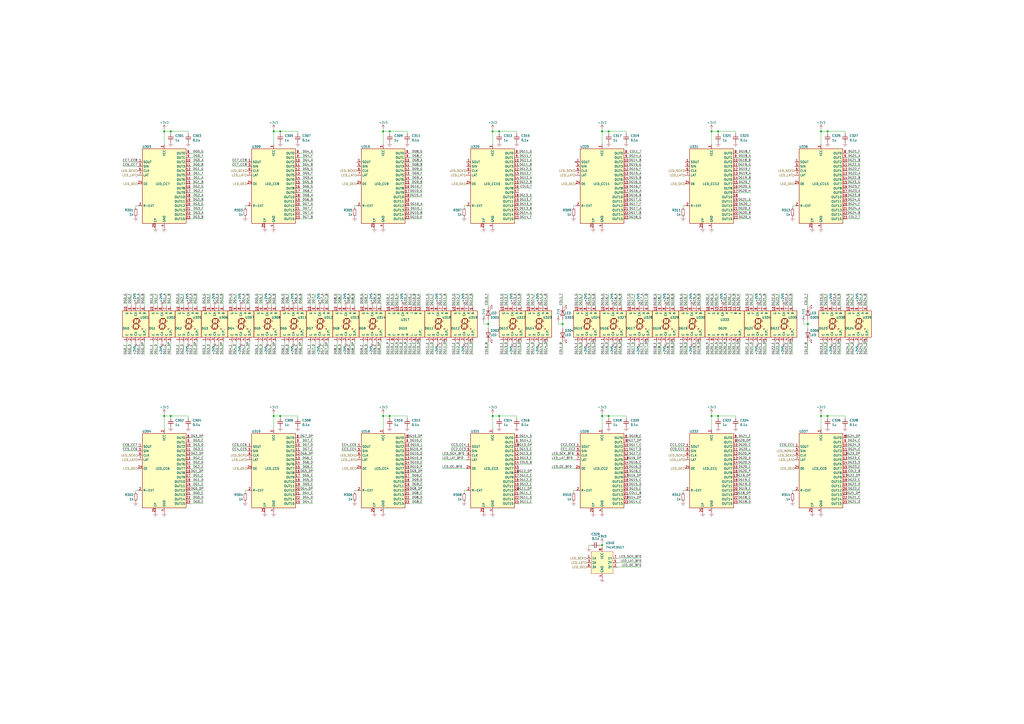
<source format=kicad_sch>
(kicad_sch (version 20211123) (generator eeschema)
  (paper "A2")
  (junction (at 285.75 76.2))
  (junction (at 226.06 241.3))
  (junction (at 158.75 76.2))
  (junction (at 158.75 241.3))
  (junction (at 349.25 241.3))
  (junction (at 412.75 241.3))
  (junction (at 99.06 241.3))
  (junction (at 480.06 241.3))
  (junction (at 289.56 241.3))
  (junction (at 283.21 187.96))
  (junction (at 353.06 76.2))
  (junction (at 416.56 76.2))
  (junction (at 162.56 241.3))
  (junction (at 285.75 241.3))
  (junction (at 95.25 241.3))
  (junction (at 353.06 241.3))
  (junction (at 289.56 76.2))
  (junction (at 222.25 241.3))
  (junction (at 349.25 316.23))
  (junction (at 476.25 76.2))
  (junction (at 412.75 76.2))
  (junction (at 222.25 76.2))
  (junction (at 416.56 241.3))
  (junction (at 480.06 76.2))
  (junction (at 162.56 76.2))
  (junction (at 349.25 76.2))
  (junction (at 95.25 76.2))
  (junction (at 226.06 76.2))
  (junction (at 326.39 187.96))
  (junction (at 476.25 241.3))
  (junction (at 468.63 187.96))
  (junction (at 99.06 76.2))
  (no_connect (at 334.01 93.98))
  (wire (pts (xy 266.7 170.18) (xy 266.7 177.8)))
  (wire (pts (xy 342.9 170.18) (xy 342.9 177.8)))
  (wire (pts (xy 213.36 170.18) (xy 213.36 177.8)))
  (wire (pts (xy 110.49 281.94) (xy 118.11 281.94)))
  (wire (pts (xy 173.99 264.16) (xy 181.61 264.16)))
  (wire (pts (xy 237.49 271.78) (xy 245.11 271.78)))
  (wire (pts (xy 114.3 198.12) (xy 114.3 205.74)))
  (wire (pts (xy 165.1 170.18) (xy 165.1 177.8)))
  (wire (pts (xy 466.09 186.69) (xy 466.09 187.96)))
  (wire (pts (xy 222.25 240.03) (xy 222.25 241.3)))
  (wire (pts (xy 245.11 101.6) (xy 237.49 101.6)))
  (wire (pts (xy 106.68 170.18) (xy 106.68 177.8)))
  (wire (pts (xy 426.72 76.2) (xy 426.72 77.47)))
  (wire (pts (xy 427.99 259.08) (xy 435.61 259.08)))
  (wire (pts (xy 452.12 170.18) (xy 452.12 177.8)))
  (wire (pts (xy 427.99 254) (xy 435.61 254)))
  (wire (pts (xy 81.28 198.12) (xy 81.28 205.74)))
  (wire (pts (xy 307.34 170.18) (xy 307.34 177.8)))
  (wire (pts (xy 412.75 240.03) (xy 412.75 241.3)))
  (wire (pts (xy 83.82 198.12) (xy 83.82 205.74)))
  (wire (pts (xy 334.01 271.78) (xy 320.04 271.78)))
  (wire (pts (xy 218.44 198.12) (xy 218.44 205.74)))
  (wire (pts (xy 381 198.12) (xy 381 205.74)))
  (wire (pts (xy 441.96 198.12) (xy 441.96 205.74)))
  (wire (pts (xy 129.54 170.18) (xy 129.54 177.8)))
  (wire (pts (xy 414.02 170.18) (xy 414.02 177.8)))
  (wire (pts (xy 477.52 170.18) (xy 477.52 177.8)))
  (wire (pts (xy 491.49 259.08) (xy 499.11 259.08)))
  (wire (pts (xy 435.61 111.76) (xy 427.99 111.76)))
  (wire (pts (xy 173.99 274.32) (xy 181.61 274.32)))
  (wire (pts (xy 88.9 198.12) (xy 88.9 205.74)))
  (wire (pts (xy 364.49 284.48) (xy 372.11 284.48)))
  (wire (pts (xy 349.25 74.93) (xy 349.25 76.2)))
  (wire (pts (xy 364.49 281.94) (xy 372.11 281.94)))
  (wire (pts (xy 491.49 292.1) (xy 499.11 292.1)))
  (wire (pts (xy 180.34 170.18) (xy 180.34 177.8)))
  (wire (pts (xy 237.49 279.4) (xy 245.11 279.4)))
  (wire (pts (xy 127 170.18) (xy 127 177.8)))
  (wire (pts (xy 326.39 170.18) (xy 326.39 177.8)))
  (wire (pts (xy 308.61 106.68) (xy 300.99 106.68)))
  (wire (pts (xy 375.92 198.12) (xy 375.92 205.74)))
  (wire (pts (xy 436.88 198.12) (xy 436.88 205.74)))
  (wire (pts (xy 485.14 198.12) (xy 485.14 205.74)))
  (wire (pts (xy 95.25 76.2) (xy 95.25 83.82)))
  (wire (pts (xy 210.82 198.12) (xy 210.82 205.74)))
  (wire (pts (xy 78.74 119.38) (xy 80.01 119.38)))
  (wire (pts (xy 222.25 241.3) (xy 226.06 241.3)))
  (wire (pts (xy 271.78 198.12) (xy 271.78 205.74)))
  (wire (pts (xy 500.38 170.18) (xy 500.38 177.8)))
  (wire (pts (xy 491.49 254) (xy 499.11 254)))
  (wire (pts (xy 308.61 121.92) (xy 300.99 121.92)))
  (wire (pts (xy 491.49 266.7) (xy 499.11 266.7)))
  (wire (pts (xy 499.11 114.3) (xy 491.49 114.3)))
  (wire (pts (xy 491.49 284.48) (xy 499.11 284.48)))
  (wire (pts (xy 149.86 198.12) (xy 149.86 205.74)))
  (wire (pts (xy 468.63 170.18) (xy 468.63 177.8)))
  (wire (pts (xy 309.88 170.18) (xy 309.88 177.8)))
  (wire (pts (xy 364.49 269.24) (xy 372.11 269.24)))
  (wire (pts (xy 485.14 170.18) (xy 485.14 177.8)))
  (wire (pts (xy 248.92 198.12) (xy 248.92 205.74)))
  (wire (pts (xy 158.75 240.03) (xy 158.75 241.3)))
  (wire (pts (xy 427.99 274.32) (xy 435.61 274.32)))
  (wire (pts (xy 335.28 170.18) (xy 335.28 177.8)))
  (wire (pts (xy 237.49 281.94) (xy 245.11 281.94)))
  (wire (pts (xy 274.32 170.18) (xy 274.32 177.8)))
  (wire (pts (xy 226.06 170.18) (xy 226.06 177.8)))
  (wire (pts (xy 427.99 266.7) (xy 435.61 266.7)))
  (wire (pts (xy 468.63 187.96) (xy 468.63 190.5)))
  (wire (pts (xy 495.3 198.12) (xy 495.3 205.74)))
  (wire (pts (xy 372.11 121.92) (xy 364.49 121.92)))
  (wire (pts (xy 427.99 279.4) (xy 435.61 279.4)))
  (wire (pts (xy 353.06 198.12) (xy 353.06 205.74)))
  (wire (pts (xy 238.76 170.18) (xy 238.76 177.8)))
  (wire (pts (xy 73.66 198.12) (xy 73.66 205.74)))
  (wire (pts (xy 237.49 254) (xy 245.11 254)))
  (wire (pts (xy 499.11 104.14) (xy 491.49 104.14)))
  (wire (pts (xy 300.99 259.08) (xy 308.61 259.08)))
  (wire (pts (xy 345.44 170.18) (xy 345.44 177.8)))
  (wire (pts (xy 372.11 88.9) (xy 364.49 88.9)))
  (wire (pts (xy 118.11 121.92) (xy 110.49 121.92)))
  (wire (pts (xy 427.99 269.24) (xy 435.61 269.24)))
  (wire (pts (xy 172.72 170.18) (xy 172.72 177.8)))
  (wire (pts (xy 226.06 76.2) (xy 226.06 77.47)))
  (wire (pts (xy 173.99 266.7) (xy 181.61 266.7)))
  (wire (pts (xy 476.25 76.2) (xy 480.06 76.2)))
  (wire (pts (xy 118.11 114.3) (xy 110.49 114.3)))
  (wire (pts (xy 299.72 241.3) (xy 299.72 242.57)))
  (wire (pts (xy 435.61 116.84) (xy 427.99 116.84)))
  (wire (pts (xy 307.34 198.12) (xy 307.34 205.74)))
  (wire (pts (xy 110.49 271.78) (xy 118.11 271.78)))
  (wire (pts (xy 289.56 241.3) (xy 299.72 241.3)))
  (wire (pts (xy 419.1 198.12) (xy 419.1 205.74)))
  (wire (pts (xy 435.61 106.68) (xy 427.99 106.68)))
  (wire (pts (xy 435.61 88.9) (xy 427.99 88.9)))
  (wire (pts (xy 337.82 198.12) (xy 337.82 205.74)))
  (wire (pts (xy 173.99 259.08) (xy 181.61 259.08)))
  (wire (pts (xy 106.68 198.12) (xy 106.68 205.74)))
  (wire (pts (xy 502.92 170.18) (xy 502.92 177.8)))
  (wire (pts (xy 237.49 289.56) (xy 245.11 289.56)))
  (wire (pts (xy 396.24 198.12) (xy 396.24 205.74)))
  (wire (pts (xy 300.99 256.54) (xy 308.61 256.54)))
  (wire (pts (xy 269.24 285.75) (xy 269.24 284.48)))
  (wire (pts (xy 364.49 271.78) (xy 372.11 271.78)))
  (wire (pts (xy 233.68 198.12) (xy 233.68 205.74)))
  (wire (pts (xy 353.06 76.2) (xy 353.06 77.47)))
  (wire (pts (xy 152.4 170.18) (xy 152.4 177.8)))
  (wire (pts (xy 173.99 254) (xy 181.61 254)))
  (wire (pts (xy 149.86 170.18) (xy 149.86 177.8)))
  (wire (pts (xy 121.92 170.18) (xy 121.92 177.8)))
  (wire (pts (xy 358.14 170.18) (xy 358.14 177.8)))
  (wire (pts (xy 173.99 287.02) (xy 181.61 287.02)))
  (wire (pts (xy 110.49 269.24) (xy 118.11 269.24)))
  (wire (pts (xy 162.56 241.3) (xy 172.72 241.3)))
  (wire (pts (xy 317.5 198.12) (xy 317.5 205.74)))
  (wire (pts (xy 308.61 91.44) (xy 300.99 91.44)))
  (wire (pts (xy 499.11 111.76) (xy 491.49 111.76)))
  (wire (pts (xy 449.58 170.18) (xy 449.58 177.8)))
  (wire (pts (xy 364.49 261.62) (xy 372.11 261.62)))
  (wire (pts (xy 142.24 284.48) (xy 143.51 284.48)))
  (wire (pts (xy 198.12 259.08) (xy 207.01 259.08)))
  (wire (pts (xy 264.16 198.12) (xy 264.16 205.74)))
  (wire (pts (xy 220.98 198.12) (xy 220.98 205.74)))
  (wire (pts (xy 181.61 104.14) (xy 173.99 104.14)))
  (wire (pts (xy 285.75 240.03) (xy 285.75 241.3)))
  (wire (pts (xy 406.4 198.12) (xy 406.4 205.74)))
  (wire (pts (xy 96.52 198.12) (xy 96.52 205.74)))
  (wire (pts (xy 396.24 119.38) (xy 397.51 119.38)))
  (wire (pts (xy 364.49 279.4) (xy 372.11 279.4)))
  (wire (pts (xy 372.11 104.14) (xy 364.49 104.14)))
  (wire (pts (xy 372.11 101.6) (xy 364.49 101.6)))
  (wire (pts (xy 187.96 198.12) (xy 187.96 205.74)))
  (wire (pts (xy 317.5 170.18) (xy 317.5 177.8)))
  (wire (pts (xy 480.06 76.2) (xy 490.22 76.2)))
  (wire (pts (xy 292.1 170.18) (xy 292.1 177.8)))
  (wire (pts (xy 237.49 292.1) (xy 245.11 292.1)))
  (wire (pts (xy 427.99 271.78) (xy 435.61 271.78)))
  (wire (pts (xy 325.12 261.62) (xy 334.01 261.62)))
  (wire (pts (xy 459.74 284.48) (xy 461.01 284.48)))
  (wire (pts (xy 173.99 279.4) (xy 181.61 279.4)))
  (wire (pts (xy 308.61 88.9) (xy 300.99 88.9)))
  (wire (pts (xy 435.61 91.44) (xy 427.99 91.44)))
  (wire (pts (xy 358.14 198.12) (xy 358.14 205.74)))
  (wire (pts (xy 110.49 259.08) (xy 118.11 259.08)))
  (wire (pts (xy 406.4 170.18) (xy 406.4 177.8)))
  (wire (pts (xy 173.99 271.78) (xy 181.61 271.78)))
  (wire (pts (xy 372.11 116.84) (xy 364.49 116.84)))
  (wire (pts (xy 228.6 170.18) (xy 228.6 177.8)))
  (wire (pts (xy 118.11 109.22) (xy 110.49 109.22)))
  (wire (pts (xy 499.11 109.22) (xy 491.49 109.22)))
  (wire (pts (xy 459.74 198.12) (xy 459.74 205.74)))
  (wire (pts (xy 353.06 170.18) (xy 353.06 177.8)))
  (wire (pts (xy 416.56 241.3) (xy 416.56 242.57)))
  (wire (pts (xy 435.61 99.06) (xy 427.99 99.06)))
  (wire (pts (xy 403.86 170.18) (xy 403.86 177.8)))
  (wire (pts (xy 142.24 285.75) (xy 142.24 284.48)))
  (wire (pts (xy 391.16 170.18) (xy 391.16 177.8)))
  (wire (pts (xy 181.61 109.22) (xy 173.99 109.22)))
  (wire (pts (xy 416.56 198.12) (xy 416.56 205.74)))
  (wire (pts (xy 237.49 261.62) (xy 245.11 261.62)))
  (wire (pts (xy 411.48 170.18) (xy 411.48 177.8)))
  (wire (pts (xy 334.01 266.7) (xy 320.04 266.7)))
  (wire (pts (xy 441.96 170.18) (xy 441.96 177.8)))
  (wire (pts (xy 237.49 266.7) (xy 245.11 266.7)))
  (wire (pts (xy 372.11 119.38) (xy 364.49 119.38)))
  (wire (pts (xy 353.06 241.3) (xy 353.06 242.57)))
  (wire (pts (xy 308.61 124.46) (xy 300.99 124.46)))
  (wire (pts (xy 181.61 96.52) (xy 173.99 96.52)))
  (wire (pts (xy 358.14 323.85) (xy 372.11 323.85)))
  (wire (pts (xy 172.72 241.3) (xy 172.72 242.57)))
  (wire (pts (xy 195.58 198.12) (xy 195.58 205.74)))
  (wire (pts (xy 426.72 170.18) (xy 426.72 177.8)))
  (wire (pts (xy 459.74 120.65) (xy 459.74 119.38)))
  (wire (pts (xy 110.49 287.02) (xy 118.11 287.02)))
  (wire (pts (xy 308.61 93.98) (xy 300.99 93.98)))
  (wire (pts (xy 251.46 198.12) (xy 251.46 205.74)))
  (wire (pts (xy 205.74 170.18) (xy 205.74 177.8)))
  (wire (pts (xy 308.61 119.38) (xy 300.99 119.38)))
  (wire (pts (xy 245.11 104.14) (xy 237.49 104.14)))
  (wire (pts (xy 434.34 170.18) (xy 434.34 177.8)))
  (wire (pts (xy 396.24 285.75) (xy 396.24 284.48)))
  (wire (pts (xy 364.49 276.86) (xy 372.11 276.86)))
  (wire (pts (xy 160.02 198.12) (xy 160.02 205.74)))
  (wire (pts (xy 499.11 91.44) (xy 491.49 91.44)))
  (wire (pts (xy 300.99 289.56) (xy 308.61 289.56)))
  (wire (pts (xy 289.56 241.3) (xy 289.56 242.57)))
  (wire (pts (xy 452.12 259.08) (xy 461.01 259.08)))
  (wire (pts (xy 416.56 241.3) (xy 426.72 241.3)))
  (wire (pts (xy 372.11 127) (xy 364.49 127)))
  (wire (pts (xy 261.62 259.08) (xy 270.51 259.08)))
  (wire (pts (xy 476.25 241.3) (xy 476.25 248.92)))
  (wire (pts (xy 435.61 104.14) (xy 427.99 104.14)))
  (wire (pts (xy 452.12 198.12) (xy 452.12 205.74)))
  (wire (pts (xy 300.99 281.94) (xy 308.61 281.94)))
  (wire (pts (xy 99.06 76.2) (xy 99.06 77.47)))
  (wire (pts (xy 175.26 170.18) (xy 175.26 177.8)))
  (wire (pts (xy 416.56 76.2) (xy 426.72 76.2)))
  (wire (pts (xy 118.11 127) (xy 110.49 127)))
  (wire (pts (xy 134.62 261.62) (xy 143.51 261.62)))
  (wire (pts (xy 181.61 124.46) (xy 173.99 124.46)))
  (wire (pts (xy 396.24 284.48) (xy 397.51 284.48)))
  (wire (pts (xy 114.3 170.18) (xy 114.3 177.8)))
  (wire (pts (xy 181.61 119.38) (xy 173.99 119.38)))
  (wire (pts (xy 175.26 198.12) (xy 175.26 205.74)))
  (wire (pts (xy 427.99 264.16) (xy 435.61 264.16)))
  (wire (pts (xy 158.75 74.93) (xy 158.75 76.2)))
  (wire (pts (xy 427.99 256.54) (xy 435.61 256.54)))
  (wire (pts (xy 205.74 119.38) (xy 207.01 119.38)))
  (wire (pts (xy 426.72 198.12) (xy 426.72 205.74)))
  (wire (pts (xy 109.22 241.3) (xy 109.22 242.57)))
  (wire (pts (xy 118.11 116.84) (xy 110.49 116.84)))
  (wire (pts (xy 353.06 76.2) (xy 363.22 76.2)))
  (wire (pts (xy 491.49 287.02) (xy 499.11 287.02)))
  (wire (pts (xy 142.24 120.65) (xy 142.24 119.38)))
  (wire (pts (xy 110.49 276.86) (xy 118.11 276.86)))
  (wire (pts (xy 134.62 198.12) (xy 134.62 205.74)))
  (wire (pts (xy 332.74 119.38) (xy 334.01 119.38)))
  (wire (pts (xy 283.21 205.74) (xy 283.21 198.12)))
  (wire (pts (xy 210.82 170.18) (xy 210.82 177.8)))
  (wire (pts (xy 162.56 76.2) (xy 162.56 77.47)))
  (wire (pts (xy 372.11 287.02) (xy 364.49 287.02)))
  (wire (pts (xy 95.25 241.3) (xy 95.25 248.92)))
  (wire (pts (xy 158.75 241.3) (xy 158.75 248.92)))
  (wire (pts (xy 300.99 266.7) (xy 308.61 266.7)))
  (wire (pts (xy 96.52 170.18) (xy 96.52 177.8)))
  (wire (pts (xy 491.49 256.54) (xy 499.11 256.54)))
  (wire (pts (xy 476.25 74.93) (xy 476.25 76.2)))
  (wire (pts (xy 182.88 198.12) (xy 182.88 205.74)))
  (wire (pts (xy 270.51 266.7) (xy 256.54 266.7)))
  (wire (pts (xy 76.2 198.12) (xy 76.2 205.74)))
  (wire (pts (xy 269.24 119.38) (xy 270.51 119.38)))
  (wire (pts (xy 416.56 170.18) (xy 416.56 177.8)))
  (wire (pts (xy 73.66 170.18) (xy 73.66 177.8)))
  (wire (pts (xy 104.14 198.12) (xy 104.14 205.74)))
  (wire (pts (xy 477.52 198.12) (xy 477.52 205.74)))
  (wire (pts (xy 412.75 241.3) (xy 416.56 241.3)))
  (wire (pts (xy 308.61 101.6) (xy 300.99 101.6)))
  (wire (pts (xy 118.11 111.76) (xy 110.49 111.76)))
  (wire (pts (xy 157.48 170.18) (xy 157.48 177.8)))
  (wire (pts (xy 427.99 276.86) (xy 435.61 276.86)))
  (wire (pts (xy 269.24 284.48) (xy 270.51 284.48)))
  (wire (pts (xy 424.18 170.18) (xy 424.18 177.8)))
  (wire (pts (xy 424.18 198.12) (xy 424.18 205.74)))
  (wire (pts (xy 118.11 93.98) (xy 110.49 93.98)))
  (wire (pts (xy 71.12 261.62) (xy 80.01 261.62)))
  (wire (pts (xy 426.72 241.3) (xy 426.72 242.57)))
  (wire (pts (xy 285.75 241.3) (xy 285.75 248.92)))
  (wire (pts (xy 436.88 170.18) (xy 436.88 177.8)))
  (wire (pts (xy 427.99 284.48) (xy 435.61 284.48)))
  (wire (pts (xy 412.75 74.93) (xy 412.75 76.2)))
  (wire (pts (xy 245.11 106.68) (xy 237.49 106.68)))
  (wire (pts (xy 118.11 106.68) (xy 110.49 106.68)))
  (wire (pts (xy 205.74 120.65) (xy 205.74 119.38)))
  (wire (pts (xy 349.25 76.2) (xy 349.25 83.82)))
  (wire (pts (xy 388.62 170.18) (xy 388.62 177.8)))
  (wire (pts (xy 270.51 271.78) (xy 256.54 271.78)))
  (wire (pts (xy 152.4 198.12) (xy 152.4 205.74)))
  (wire (pts (xy 173.99 292.1) (xy 181.61 292.1)))
  (wire (pts (xy 118.11 119.38) (xy 110.49 119.38)))
  (wire (pts (xy 195.58 170.18) (xy 195.58 177.8)))
  (wire (pts (xy 398.78 170.18) (xy 398.78 177.8)))
  (wire (pts (xy 349.25 241.3) (xy 349.25 248.92)))
  (wire (pts (xy 181.61 111.76) (xy 173.99 111.76)))
  (wire (pts (xy 236.22 76.2) (xy 236.22 77.47)))
  (wire (pts (xy 118.11 99.06) (xy 110.49 99.06)))
  (wire (pts (xy 435.61 124.46) (xy 427.99 124.46)))
  (wire (pts (xy 314.96 198.12) (xy 314.96 205.74)))
  (wire (pts (xy 110.49 274.32) (xy 118.11 274.32)))
  (wire (pts (xy 241.3 170.18) (xy 241.3 177.8)))
  (wire (pts (xy 499.11 121.92) (xy 491.49 121.92)))
  (wire (pts (xy 95.25 241.3) (xy 99.06 241.3)))
  (wire (pts (xy 391.16 198.12) (xy 391.16 205.74)))
  (wire (pts (xy 299.72 198.12) (xy 299.72 205.74)))
  (wire (pts (xy 158.75 76.2) (xy 158.75 83.82)))
  (wire (pts (xy 480.06 241.3) (xy 480.06 242.57)))
  (wire (pts (xy 256.54 170.18) (xy 256.54 177.8)))
  (wire (pts (xy 403.86 198.12) (xy 403.86 205.74)))
  (wire (pts (xy 491.49 289.56) (xy 499.11 289.56)))
  (wire (pts (xy 289.56 76.2) (xy 289.56 77.47)))
  (wire (pts (xy 99.06 170.18) (xy 99.06 177.8)))
  (wire (pts (xy 99.06 198.12) (xy 99.06 205.74)))
  (wire (pts (xy 326.39 185.42) (xy 326.39 187.96)))
  (wire (pts (xy 412.75 241.3) (xy 412.75 248.92)))
  (wire (pts (xy 499.11 119.38) (xy 491.49 119.38)))
  (wire (pts (xy 162.56 76.2) (xy 172.72 76.2)))
  (wire (pts (xy 144.78 198.12) (xy 144.78 205.74)))
  (wire (pts (xy 350.52 198.12) (xy 350.52 205.74)))
  (wire (pts (xy 118.11 91.44) (xy 110.49 91.44)))
  (wire (pts (xy 162.56 241.3) (xy 162.56 242.57)))
  (wire (pts (xy 110.49 279.4) (xy 118.11 279.4)))
  (wire (pts (xy 222.25 241.3) (xy 222.25 248.92)))
  (wire (pts (xy 372.11 124.46) (xy 364.49 124.46)))
  (wire (pts (xy 491.49 279.4) (xy 499.11 279.4)))
  (wire (pts (xy 181.61 114.3) (xy 173.99 114.3)))
  (wire (pts (xy 499.11 124.46) (xy 491.49 124.46)))
  (wire (pts (xy 368.3 170.18) (xy 368.3 177.8)))
  (wire (pts (xy 134.62 93.98) (xy 143.51 93.98)))
  (wire (pts (xy 495.3 170.18) (xy 495.3 177.8)))
  (wire (pts (xy 285.75 74.93) (xy 285.75 76.2)))
  (wire (pts (xy 444.5 170.18) (xy 444.5 177.8)))
  (wire (pts (xy 435.61 96.52) (xy 427.99 96.52)))
  (wire (pts (xy 444.5 198.12) (xy 444.5 205.74)))
  (wire (pts (xy 435.61 119.38) (xy 427.99 119.38)))
  (wire (pts (xy 358.14 328.93) (xy 372.11 328.93)))
  (wire (pts (xy 364.49 289.56) (xy 372.11 289.56)))
  (wire (pts (xy 353.06 241.3) (xy 363.22 241.3)))
  (wire (pts (xy 476.25 241.3) (xy 480.06 241.3)))
  (wire (pts (xy 110.49 266.7) (xy 118.11 266.7)))
  (wire (pts (xy 416.56 76.2) (xy 416.56 77.47)))
  (wire (pts (xy 480.06 241.3) (xy 490.22 241.3)))
  (wire (pts (xy 231.14 170.18) (xy 231.14 177.8)))
  (wire (pts (xy 245.11 121.92) (xy 237.49 121.92)))
  (wire (pts (xy 134.62 259.08) (xy 143.51 259.08)))
  (wire (pts (xy 491.49 261.62) (xy 499.11 261.62)))
  (wire (pts (xy 245.11 91.44) (xy 237.49 91.44)))
  (wire (pts (xy 83.82 170.18) (xy 83.82 177.8)))
  (wire (pts (xy 142.24 119.38) (xy 143.51 119.38)))
  (wire (pts (xy 181.61 101.6) (xy 173.99 101.6)))
  (wire (pts (xy 499.11 96.52) (xy 491.49 96.52)))
  (wire (pts (xy 236.22 241.3) (xy 236.22 242.57)))
  (wire (pts (xy 332.74 120.65) (xy 332.74 119.38)))
  (wire (pts (xy 205.74 285.75) (xy 205.74 284.48)))
  (wire (pts (xy 292.1 198.12) (xy 292.1 205.74)))
  (wire (pts (xy 261.62 261.62) (xy 270.51 261.62)))
  (wire (pts (xy 492.76 198.12) (xy 492.76 205.74)))
  (wire (pts (xy 499.11 88.9) (xy 491.49 88.9)))
  (wire (pts (xy 499.11 99.06) (xy 491.49 99.06)))
  (wire (pts (xy 372.11 106.68) (xy 364.49 106.68)))
  (wire (pts (xy 347.98 316.23) (xy 349.25 316.23)))
  (wire (pts (xy 373.38 170.18) (xy 373.38 177.8)))
  (wire (pts (xy 78.74 284.48) (xy 80.01 284.48)))
  (wire (pts (xy 237.49 276.86) (xy 245.11 276.86)))
  (wire (pts (xy 205.74 198.12) (xy 205.74 205.74)))
  (wire (pts (xy 231.14 198.12) (xy 231.14 205.74)))
  (wire (pts (xy 237.49 264.16) (xy 245.11 264.16)))
  (wire (pts (xy 181.61 106.68) (xy 173.99 106.68)))
  (wire (pts (xy 364.49 292.1) (xy 372.11 292.1)))
  (wire (pts (xy 160.02 170.18) (xy 160.02 177.8)))
  (wire (pts (xy 228.6 198.12) (xy 228.6 205.74)))
  (wire (pts (xy 245.11 96.52) (xy 237.49 96.52)))
  (wire (pts (xy 398.78 198.12) (xy 398.78 205.74)))
  (wire (pts (xy 341.63 317.5) (xy 341.63 316.23)))
  (wire (pts (xy 373.38 198.12) (xy 373.38 205.74)))
  (wire (pts (xy 220.98 170.18) (xy 220.98 177.8)))
  (wire (pts (xy 412.75 76.2) (xy 412.75 83.82)))
  (wire (pts (xy 332.74 284.48) (xy 334.01 284.48)))
  (wire (pts (xy 266.7 198.12) (xy 266.7 205.74)))
  (wire (pts (xy 427.99 289.56) (xy 435.61 289.56)))
  (wire (pts (xy 95.25 76.2) (xy 99.06 76.2)))
  (wire (pts (xy 251.46 170.18) (xy 251.46 177.8)))
  (wire (pts (xy 349.25 316.23) (xy 349.25 317.5)))
  (wire (pts (xy 237.49 269.24) (xy 245.11 269.24)))
  (wire (pts (xy 421.64 170.18) (xy 421.64 177.8)))
  (wire (pts (xy 121.92 198.12) (xy 121.92 205.74)))
  (wire (pts (xy 490.22 241.3) (xy 490.22 242.57)))
  (wire (pts (xy 364.49 254) (xy 372.11 254)))
  (wire (pts (xy 118.11 101.6) (xy 110.49 101.6)))
  (wire (pts (xy 213.36 198.12) (xy 213.36 205.74)))
  (wire (pts (xy 375.92 170.18) (xy 375.92 177.8)))
  (wire (pts (xy 91.44 170.18) (xy 91.44 177.8)))
  (wire (pts (xy 427.99 281.94) (xy 435.61 281.94)))
  (wire (pts (xy 421.64 198.12) (xy 421.64 205.74)))
  (wire (pts (xy 308.61 269.24) (xy 300.99 269.24)))
  (wire (pts (xy 137.16 170.18) (xy 137.16 177.8)))
  (wire (pts (xy 274.32 198.12) (xy 274.32 205.74)))
  (wire (pts (xy 172.72 76.2) (xy 172.72 77.47)))
  (wire (pts (xy 435.61 127) (xy 427.99 127)))
  (wire (pts (xy 435.61 121.92) (xy 427.99 121.92)))
  (wire (pts (xy 205.74 284.48) (xy 207.01 284.48)))
  (wire (pts (xy 491.49 271.78) (xy 499.11 271.78)))
  (wire (pts (xy 294.64 198.12) (xy 294.64 205.74)))
  (wire (pts (xy 326.39 187.96) (xy 326.39 190.5)))
  (wire (pts (xy 71.12 259.08) (xy 80.01 259.08)))
  (wire (pts (xy 118.11 104.14) (xy 110.49 104.14)))
  (wire (pts (xy 285.75 76.2) (xy 289.56 76.2)))
  (wire (pts (xy 203.2 170.18) (xy 203.2 177.8)))
  (wire (pts (xy 283.21 187.96) (xy 283.21 190.5)))
  (wire (pts (xy 480.06 76.2) (xy 480.06 77.47)))
  (wire (pts (xy 492.76 170.18) (xy 492.76 177.8)))
  (wire (pts (xy 414.02 198.12) (xy 414.02 205.74)))
  (wire (pts (xy 142.24 170.18) (xy 142.24 177.8)))
  (wire (pts (xy 388.62 259.08) (xy 397.51 259.08)))
  (wire (pts (xy 111.76 170.18) (xy 111.76 177.8)))
  (wire (pts (xy 435.61 93.98) (xy 427.99 93.98)))
  (wire (pts (xy 245.11 88.9) (xy 237.49 88.9)))
  (wire (pts (xy 429.26 198.12) (xy 429.26 205.74)))
  (wire (pts (xy 203.2 198.12) (xy 203.2 205.74)))
  (wire (pts (xy 300.99 279.4) (xy 308.61 279.4)))
  (wire (pts (xy 300.99 261.62) (xy 308.61 261.62)))
  (wire (pts (xy 222.25 74.93) (xy 222.25 76.2)))
  (wire (pts (xy 110.49 261.62) (xy 118.11 261.62)))
  (wire (pts (xy 499.11 116.84) (xy 491.49 116.84)))
  (wire (pts (xy 76.2 170.18) (xy 76.2 177.8)))
  (wire (pts (xy 365.76 198.12) (xy 365.76 205.74)))
  (wire (pts (xy 243.84 198.12) (xy 243.84 205.74)))
  (wire (pts (xy 237.49 284.48) (xy 245.11 284.48)))
  (wire (pts (xy 323.85 186.69) (xy 323.85 187.96)))
  (wire (pts (xy 372.11 91.44) (xy 364.49 91.44)))
  (wire (pts (xy 243.84 170.18) (xy 243.84 177.8)))
  (wire (pts (xy 95.25 74.93) (xy 95.25 76.2)))
  (wire (pts (xy 181.61 116.84) (xy 173.99 116.84)))
  (wire (pts (xy 99.06 241.3) (xy 109.22 241.3)))
  (wire (pts (xy 300.99 292.1) (xy 308.61 292.1)))
  (wire (pts (xy 434.34 198.12) (xy 434.34 205.74)))
  (wire (pts (xy 308.61 116.84) (xy 300.99 116.84)))
  (wire (pts (xy 187.96 170.18) (xy 187.96 177.8)))
  (wire (pts (xy 259.08 198.12) (xy 259.08 205.74)))
  (wire (pts (xy 137.16 198.12) (xy 137.16 205.74)))
  (wire (pts (xy 308.61 99.06) (xy 300.99 99.06)))
  (wire (pts (xy 181.61 88.9) (xy 173.99 88.9)))
  (wire (pts (xy 173.99 269.24) (xy 181.61 269.24)))
  (wire (pts (xy 245.11 99.06) (xy 237.49 99.06)))
  (wire (pts (xy 226.06 76.2) (xy 236.22 76.2)))
  (wire (pts (xy 144.78 170.18) (xy 144.78 177.8)))
  (wire (pts (xy 172.72 198.12) (xy 172.72 205.74)))
  (wire (pts (xy 381 170.18) (xy 381 177.8)))
  (wire (pts (xy 480.06 170.18) (xy 480.06 177.8)))
  (wire (pts (xy 360.68 170.18) (xy 360.68 177.8)))
  (wire (pts (xy 283.21 185.42) (xy 283.21 187.96)))
  (wire (pts (xy 466.09 187.96) (xy 468.63 187.96)))
  (wire (pts (xy 396.24 120.65) (xy 396.24 119.38)))
  (wire (pts (xy 226.06 241.3) (xy 236.22 241.3)))
  (wire (pts (xy 237.49 287.02) (xy 245.11 287.02)))
  (wire (pts (xy 248.92 170.18) (xy 248.92 177.8)))
  (wire (pts (xy 360.68 198.12) (xy 360.68 205.74)))
  (wire (pts (xy 372.11 109.22) (xy 364.49 109.22)))
  (wire (pts (xy 299.72 76.2) (xy 299.72 77.47)))
  (wire (pts (xy 181.61 99.06) (xy 173.99 99.06)))
  (wire (pts (xy 181.61 93.98) (xy 173.99 93.98)))
  (wire (pts (xy 110.49 289.56) (xy 118.11 289.56)))
  (wire (pts (xy 300.99 276.86) (xy 308.61 276.86)))
  (wire (pts (xy 372.11 111.76) (xy 364.49 111.76)))
  (wire (pts (xy 118.11 96.52) (xy 110.49 96.52)))
  (wire (pts (xy 104.14 170.18) (xy 104.14 177.8)))
  (wire (pts (xy 487.68 198.12) (xy 487.68 205.74)))
  (wire (pts (xy 134.62 96.52) (xy 143.51 96.52)))
  (wire (pts (xy 198.12 198.12) (xy 198.12 205.74)))
  (wire (pts (xy 396.24 170.18) (xy 396.24 177.8)))
  (wire (pts (xy 142.24 198.12) (xy 142.24 205.74)))
  (wire (pts (xy 181.61 127) (xy 173.99 127)))
  (wire (pts (xy 181.61 91.44) (xy 173.99 91.44)))
  (wire (pts (xy 468.63 185.42) (xy 468.63 187.96)))
  (wire (pts (xy 271.78 170.18) (xy 271.78 177.8)))
  (wire (pts (xy 269.24 120.65) (xy 269.24 119.38)))
  (wire (pts (xy 118.11 88.9) (xy 110.49 88.9)))
  (wire (pts (xy 363.22 241.3) (xy 363.22 242.57)))
  (wire (pts (xy 435.61 101.6) (xy 427.99 101.6)))
  (wire (pts (xy 372.11 93.98) (xy 364.49 93.98)))
  (wire (pts (xy 412.75 76.2) (xy 416.56 76.2)))
  (wire (pts (xy 337.82 170.18) (xy 337.82 177.8)))
  (wire (pts (xy 459.74 119.38) (xy 461.01 119.38)))
  (wire (pts (xy 308.61 96.52) (xy 300.99 96.52)))
  (wire (pts (xy 499.11 127) (xy 491.49 127)))
  (wire (pts (xy 71.12 93.98) (xy 80.01 93.98)))
  (wire (pts (xy 459.74 170.18) (xy 459.74 177.8)))
  (wire (pts (xy 349.25 240.03) (xy 349.25 241.3)))
  (wire (pts (xy 119.38 170.18) (xy 119.38 177.8)))
  (wire (pts (xy 308.61 109.22) (xy 300.99 109.22)))
  (wire (pts (xy 226.06 241.3) (xy 226.06 242.57)))
  (wire (pts (xy 71.12 96.52) (xy 80.01 96.52)))
  (wire (pts (xy 308.61 114.3) (xy 300.99 114.3)))
  (wire (pts (xy 127 198.12) (xy 127 205.74)))
  (wire (pts (xy 499.11 101.6) (xy 491.49 101.6)))
  (wire (pts (xy 491.49 281.94) (xy 499.11 281.94)))
  (wire (pts (xy 110.49 254) (xy 118.11 254)))
  (wire (pts (xy 88.9 170.18) (xy 88.9 177.8)))
  (wire (pts (xy 502.92 198.12) (xy 502.92 205.74)))
  (wire (pts (xy 236.22 170.18) (xy 236.22 177.8)))
  (wire (pts (xy 99.06 241.3) (xy 99.06 242.57)))
  (wire (pts (xy 173.99 289.56) (xy 181.61 289.56)))
  (wire (pts (xy 158.75 241.3) (xy 162.56 241.3)))
  (wire (pts (xy 383.54 198.12) (xy 383.54 205.74)))
  (wire (pts (xy 491.49 264.16) (xy 499.11 264.16)))
  (wire (pts (xy 368.3 198.12) (xy 368.3 205.74)))
  (wire (pts (xy 323.85 187.96) (xy 326.39 187.96)))
  (wire (pts (xy 110.49 256.54) (xy 118.11 256.54)))
  (wire (pts (xy 226.06 198.12) (xy 226.06 205.74)))
  (wire (pts (xy 314.96 170.18) (xy 314.96 177.8)))
  (wire (pts (xy 173.99 256.54) (xy 181.61 256.54)))
  (wire (pts (xy 134.62 170.18) (xy 134.62 177.8)))
  (wire (pts (xy 308.61 104.14) (xy 300.99 104.14)))
  (wire (pts (xy 358.14 326.39) (xy 372.11 326.39)))
  (wire (pts (xy 245.11 93.98) (xy 237.49 93.98)))
  (wire (pts (xy 457.2 170.18) (xy 457.2 177.8)))
  (wire (pts (xy 342.9 198.12) (xy 342.9 205.74)))
  (wire (pts (xy 241.3 198.12) (xy 241.3 205.74)))
  (wire (pts (xy 110.49 264.16) (xy 118.11 264.16)))
  (wire (pts (xy 173.99 276.86) (xy 181.61 276.86)))
  (wire (pts (xy 449.58 198.12) (xy 449.58 205.74)))
  (wire (pts (xy 364.49 259.08) (xy 372.11 259.08)))
  (wire (pts (xy 435.61 109.22) (xy 427.99 109.22)))
  (wire (pts (xy 182.88 170.18) (xy 182.88 177.8)))
  (wire (pts (xy 190.5 198.12) (xy 190.5 205.74)))
  (wire (pts (xy 157.48 198.12) (xy 157.48 205.74)))
  (wire (pts (xy 119.38 198.12) (xy 119.38 205.74)))
  (wire (pts (xy 309.88 198.12) (xy 309.88 205.74)))
  (wire (pts (xy 111.76 198.12) (xy 111.76 205.74)))
  (wire (pts (xy 285.75 241.3) (xy 289.56 241.3)))
  (wire (pts (xy 364.49 266.7) (xy 372.11 266.7)))
  (wire (pts (xy 468.63 205.74) (xy 468.63 198.12)))
  (wire (pts (xy 180.34 198.12) (xy 180.34 205.74)))
  (wire (pts (xy 285.75 76.2) (xy 285.75 83.82)))
  (wire (pts (xy 411.48 198.12) (xy 411.48 205.74)))
  (wire (pts (xy 364.49 264.16) (xy 372.11 264.16)))
  (wire (pts (xy 300.99 274.32) (xy 308.61 274.32)))
  (wire (pts (xy 459.74 285.75) (xy 459.74 284.48)))
  (wire (pts (xy 167.64 170.18) (xy 167.64 177.8)))
  (wire (pts (xy 283.21 170.18) (xy 283.21 177.8)))
  (wire (pts (xy 294.64 170.18) (xy 294.64 177.8)))
  (wire (pts (xy 181.61 121.92) (xy 173.99 121.92)))
  (wire (pts (xy 95.25 240.03) (xy 95.25 241.3)))
  (wire (pts (xy 388.62 261.62) (xy 397.51 261.62)))
  (wire (pts (xy 198.12 261.62) (xy 207.01 261.62)))
  (wire (pts (xy 334.01 264.16) (xy 320.04 264.16)))
  (wire (pts (xy 491.49 276.86) (xy 499.11 276.86)))
  (wire (pts (xy 365.76 170.18) (xy 365.76 177.8)))
  (wire (pts (xy 427.99 287.02) (xy 435.61 287.02)))
  (wire (pts (xy 491.49 269.24) (xy 499.11 269.24)))
  (wire (pts (xy 349.25 241.3) (xy 353.06 241.3)))
  (wire (pts (xy 499.11 106.68) (xy 491.49 106.68)))
  (wire (pts (xy 78.74 120.65) (xy 78.74 119.38)))
  (wire (pts (xy 349.25 76.2) (xy 353.06 76.2)))
  (wire (pts (xy 218.44 170.18) (xy 218.44 177.8)))
  (wire (pts (xy 259.08 170.18) (xy 259.08 177.8)))
  (wire (pts (xy 302.26 170.18) (xy 302.26 177.8)))
  (wire (pts (xy 476.25 240.03) (xy 476.25 241.3)))
  (wire (pts (xy 173.99 261.62) (xy 181.61 261.62)))
  (wire (pts (xy 299.72 170.18) (xy 299.72 177.8)))
  (wire (pts (xy 457.2 198.12) (xy 457.2 205.74)))
  (wire (pts (xy 280.67 186.69) (xy 280.67 187.96)))
  (wire (pts (xy 237.49 259.08) (xy 245.11 259.08)))
  (wire (pts (xy 110.49 292.1) (xy 118.11 292.1)))
  (wire (pts (xy 480.06 198.12) (xy 480.06 205.74)))
  (wire (pts (xy 349.25 314.96) (xy 349.25 316.23)))
  (wire (pts (xy 372.11 99.06) (xy 364.49 99.06)))
  (wire (pts (xy 118.11 124.46) (xy 110.49 124.46)))
  (wire (pts (xy 364.49 256.54) (xy 372.11 256.54)))
  (wire (pts (xy 372.11 96.52) (xy 364.49 96.52)))
  (wire (pts (xy 222.25 76.2) (xy 226.06 76.2)))
  (wire (pts (xy 158.75 76.2) (xy 162.56 76.2)))
  (wire (pts (xy 300.99 264.16) (xy 308.61 264.16)))
  (wire (pts (xy 245.11 119.38) (xy 237.49 119.38)))
  (wire (pts (xy 110.49 284.48) (xy 118.11 284.48)))
  (wire (pts (xy 341.63 316.23) (xy 342.9 316.23)))
  (wire (pts (xy 499.11 274.32) (xy 491.49 274.32)))
  (wire (pts (xy 326.39 205.74) (xy 326.39 198.12)))
  (wire (pts (xy 99.06 76.2) (xy 109.22 76.2)))
  (wire (pts (xy 388.62 198.12) (xy 388.62 205.74)))
  (wire (pts (xy 383.54 170.18) (xy 383.54 177.8)))
  (wire (pts (xy 300.99 287.02) (xy 308.61 287.02)))
  (wire (pts (xy 264.16 170.18) (xy 264.16 177.8)))
  (wire (pts (xy 427.99 292.1) (xy 435.61 292.1)))
  (wire (pts (xy 165.1 198.12) (xy 165.1 205.74)))
  (wire (pts (xy 245.11 109.22) (xy 237.49 109.22)))
  (wire (pts (xy 302.26 198.12) (xy 302.26 205.74)))
  (wire (pts (xy 256.54 198.12) (xy 256.54 205.74)))
  (wire (pts (xy 476.25 76.2) (xy 476.25 83.82)))
  (wire (pts (xy 173.99 284.48) (xy 181.61 284.48)))
  (wire (pts (xy 109.22 76.2) (xy 109.22 77.47)))
  (wire (pts (xy 78.74 285.75) (xy 78.74 284.48)))
  (wire (pts (xy 499.11 93.98) (xy 491.49 93.98)))
  (wire (pts (xy 325.12 259.08) (xy 334.01 259.08)))
  (wire (pts (xy 198.12 170.18) (xy 198.12 177.8)))
  (wire (pts (xy 427.99 261.62) (xy 435.61 261.62)))
  (wire (pts (xy 237.49 274.32) (xy 245.11 274.32)))
  (wire (pts (xy 236.22 198.12) (xy 236.22 205.74)))
  (wire (pts (xy 238.76 198.12) (xy 238.76 205.74)))
  (wire (pts (xy 332.74 285.75) (xy 332.74 284.48)))
  (wire (pts (xy 372.11 114.3) (xy 364.49 114.3)))
  (wire (pts (xy 363.22 76.2) (xy 363.22 77.47)))
  (wire (pts (xy 308.61 127) (xy 300.99 127)))
  (wire (pts (xy 350.52 170.18) (xy 350.52 177.8)))
  (wire (pts (xy 173.99 281.94) (xy 181.61 281.94)))
  (wire (pts (xy 280.67 187.96) (xy 283.21 187.96)))
  (wire (pts (xy 335.28 198.12) (xy 335.28 205.74)))
  (wire (pts (xy 237.49 256.54) (xy 245.11 256.54)))
  (wire (pts (xy 490.22 76.2) (xy 490.22 77.47)))
  (wire (pts (xy 487.68 170.18) (xy 487.68 177.8)))
  (wire (pts (xy 245.11 114.3) (xy 237.49 114.3)))
  (wire (pts (xy 429.26 170.18) (xy 429.26 177.8)))
  (wire (pts (xy 300.99 284.48) (xy 308.61 284.48)))
  (wire (pts (xy 245.11 124.46) (xy 237.49 124.46)))
  (wire (pts (xy 300.99 254) (xy 308.61 254)))
  (wire (pts (xy 129.54 198.12) (xy 129.54 205.74)))
  (wire (pts (xy 289.56 76.2) (xy 299.72 76.2)))
  (wire (pts (xy 190.5 170.18) (xy 190.5 177.8)))
  (wire (pts (xy 364.49 274.32) (xy 372.11 274.32)))
  (wire (pts (xy 270.51 264.16) (xy 256.54 264.16)))
  (wire (pts (xy 81.28 170.18) (xy 81.28 177.8)))
  (wire (pts (xy 245.11 111.76) (xy 237.49 111.76)))
  (wire (pts (xy 345.44 198.12) (xy 345.44 205.74)))
  (wire (pts (xy 91.44 198.12) (xy 91.44 205.74)))
  (wire (pts (xy 500.38 198.12) (xy 500.38 205.74)))
  (wire (pts (xy 245.11 127) (xy 237.49 127)))
  (wire (pts (xy 222.25 76.2) (xy 222.25 83.82)))
  (wire (pts (xy 167.64 198.12) (xy 167.64 205.74)))
  (label "DG15_F" (at 372.11 99.06 180))
  (label "DG10_P" (at 245.11 271.78 180))
  (label "DG10_D" (at 233.68 205.74 90))
  (label "DG1_C" (at 96.52 205.74 90))
  (label "COL1_B" (at 372.11 287.02 180))
  (label "DG4_C" (at 142.24 205.74 90))
  (label "DG16_C" (at 372.11 269.24 180))
  (label "DG18_D" (at 435.61 292.1 180))
  (label "DG17_E" (at 372.11 264.16 180))
  (label "CC7_CC8" (at 71.12 93.98 0))
  (label "DG6_DP" (at 181.61 264.16 180))
  (label "DG9_D" (at 213.36 205.74 90))
  (label "DG2_A" (at 111.76 170.18 270))
  (label "DG16_E" (at 372.11 274.32 180))
  (label "DG20_J" (at 435.61 119.38 180))
  (label "DG4_E" (at 181.61 292.1 180))
  (label "DG0_D" (at 76.2 205.74 90))
  (label "DG0_E" (at 73.66 205.74 90))
  (label "COL0_B" (at 308.61 269.24 180))
  (label "DG17_A" (at 373.38 170.18 270))
  (label "DG3_G" (at 118.11 119.38 180))
  (label "DG13_G" (at 292.1 170.18 270))
  (label "DG0_G" (at 73.66 170.18 270))
  (label "DG13_A" (at 308.61 119.38 180))
  (label "DG16_G" (at 350.52 170.18 270))
  (label "DG13_A" (at 299.72 170.18 270))
  (label "DG5_A" (at 181.61 104.14 180))
  (label "DG19_F" (at 435.61 99.06 180))
  (label "DG10_H" (at 231.14 170.18 270))
  (label "DG22_G" (at 499.11 96.52 180))
  (label "DG23_DP" (at 487.68 205.74 90))
  (label "CC6_CC7" (at 71.12 96.52 0))
  (label "DG5_G" (at 149.86 170.18 270))
  (label "DG17_D" (at 368.3 205.74 90))
  (label "DG10_E" (at 228.6 205.74 90))
  (label "DG12_F" (at 308.61 101.6 180))
  (label "DG1_DP" (at 99.06 205.74 90))
  (label "DG18_B" (at 435.61 93.98 180))
  (label "DG8_A" (at 245.11 93.98 180))
  (label "DG24_E" (at 499.11 261.62 180))
  (label "DG9_G" (at 245.11 99.06 180))
  (label "DG22_DP" (at 499.11 276.86 180))
  (label "LED_OE_BF0" (at 320.04 271.78 0))
  (label "DG4_G" (at 181.61 88.9 180))
  (label "DG12_B" (at 308.61 106.68 180))
  (label "DG22_D" (at 499.11 281.94 180))
  (label "DG20_H" (at 416.56 170.18 270))
  (label "DG10_M" (at 245.11 261.62 180))
  (label "DG10_K" (at 243.84 170.18 270))
  (label "DG6_C" (at 181.61 266.7 180))
  (label "DG12_A" (at 308.61 104.14 180))
  (label "DG15_DP" (at 345.44 205.74 90))
  (label "DG8_B" (at 245.11 96.52 180))
  (label "DG15_D" (at 337.82 205.74 90))
  (label "DG13_F" (at 308.61 116.84 180))
  (label "CC6_CC7" (at 71.12 259.08 0))
  (label "DG18_B" (at 391.16 170.18 270))
  (label "DG10_F" (at 226.06 170.18 270))
  (label "DG20_K" (at 435.61 121.92 180))
  (label "DG21_DP" (at 444.5 205.74 90))
  (label "DG10_A" (at 236.22 170.18 270))
  (label "DG19_C" (at 435.61 279.4 180))
  (label "DG9_G" (at 210.82 170.18 270))
  (label "DG2_C" (at 118.11 266.7 180))
  (label "DG23_G" (at 477.52 170.18 270))
  (label "DG23_E" (at 499.11 271.78 180))
  (label "DG20_C" (at 426.72 205.74 90))
  (label "DG23_A" (at 499.11 111.76 180))
  (label "DG0_A" (at 118.11 93.98 180))
  (label "DG2_E" (at 104.14 205.74 90))
  (label "DG14_G" (at 307.34 170.18 270))
  (label "DG5_D" (at 181.61 279.4 180))
  (label "DG6_A" (at 172.72 170.18 270))
  (label "DG12_C" (at 308.61 276.86 180))
  (label "DG11_C" (at 256.54 205.74 90))
  (label "DG20_C" (at 435.61 259.08 180))
  (label "DG13_C" (at 308.61 261.62 180))
  (label "DG21_C" (at 499.11 289.56 180))
  (label "DG10_DP" (at 245.11 254 180))
  (label "DG5_C" (at 157.48 205.74 90))
  (label "DG11_DP" (at 259.08 205.74 90))
  (label "DG22_E" (at 449.58 205.74 90))
  (label "DG10_J" (at 238.76 170.18 270))
  (label "DG5_G" (at 181.61 99.06 180))
  (label "DG4_F" (at 181.61 91.44 180))
  (label "DG1_A" (at 96.52 170.18 270))
  (label "DG9_DP" (at 245.11 274.32 180))
  (label "DG21_G" (at 434.34 170.18 270))
  (label "DG17_F" (at 368.3 170.18 270))
  (label "DG18_G" (at 372.11 127 180))
  (label "DG11_F" (at 308.61 91.44 180))
  (label "DG5_C" (at 181.61 276.86 180))
  (label "DG11_F" (at 251.46 170.18 270))
  (label "DG0_DP" (at 83.82 205.74 90))
  (label "DG22_DP" (at 459.74 205.74 90))
  (label "DG10_L" (at 238.76 205.74 90))
  (label "DG11_D" (at 308.61 289.56 180))
  (label "DG3_C" (at 118.11 256.54 180))
  (label "DG23_C" (at 499.11 266.7 180))
  (label "DG4_A" (at 142.24 170.18 270))
  (label "DG15_G" (at 335.28 170.18 270))
  (label "DG2_B" (at 114.3 170.18 270))
  (label "DG11_G" (at 248.92 170.18 270))
  (label "DG2_G" (at 104.14 170.18 270))
  (label "DG5_F" (at 181.61 101.6 180))
  (label "DG19_A" (at 403.86 170.18 270))
  (label "DG7_F" (at 182.88 170.18 270))
  (label "CC5_CC6" (at 134.62 259.08 0))
  (label "CC0_CC1" (at 388.62 261.62 0))
  (label "DG17_DP" (at 375.92 205.74 90))
  (label "DG18_C" (at 388.62 205.74 90))
  (label "DG21_A" (at 441.96 170.18 270))
  (label "DG24_B" (at 499.11 124.46 180))
  (label "DG24_A" (at 499.11 121.92 180))
  (label "DG22_D" (at 452.12 205.74 90))
  (label "DG3_G" (at 119.38 170.18 270))
  (label "DG7_DP" (at 181.61 254 180))
  (label "DG20_G" (at 435.61 109.22 180))
  (label "DG6_A" (at 181.61 114.3 180))
  (label "DG10_J" (at 245.11 121.92 180))
  (label "DG18_F" (at 383.54 170.18 270))
  (label "DG14_E" (at 308.61 256.54 180))
  (label "COL0_B" (at 283.21 205.74 90))
  (label "DG2_D" (at 106.68 205.74 90))
  (label "DG15_E" (at 372.11 284.48 180))
  (label "DG2_DP" (at 118.11 264.16 180))
  (label "DG17_E" (at 365.76 205.74 90))
  (label "DG14_DP" (at 372.11 289.56 180))
  (label "DG3_E" (at 119.38 205.74 90))
  (label "DG9_F" (at 213.36 170.18 270))
  (label "DG6_DP" (at 175.26 205.74 90))
  (label "DG11_G" (at 308.61 88.9 180))
  (label "DG0_C" (at 118.11 287.02 180))
  (label "DG23_F" (at 480.06 170.18 270))
  (label "CC4_CC5" (at 134.62 261.62 0))
  (label "DG20_DP" (at 429.26 205.74 90))
  (label "DG11_A" (at 308.61 93.98 180))
  (label "DG6_E" (at 181.61 271.78 180))
  (label "LED_LAT_BF0" (at 372.11 326.39 180))
  (label "DG24_F" (at 499.11 119.38 180))
  (label "CC5_CC6" (at 71.12 261.62 0))
  (label "DG12_E" (at 308.61 281.94 180))
  (label "DG16_A" (at 358.14 170.18 270))
  (label "DG22_F" (at 499.11 99.06 180))
  (label "DG15_E" (at 335.28 205.74 90))
  (label "DG0_F" (at 76.2 170.18 270))
  (label "DG3_F" (at 118.11 121.92 180))
  (label "CC2_CC3" (at 261.62 261.62 0))
  (label "DG23_A" (at 485.14 170.18 270))
  (label "DG24_G" (at 499.11 116.84 180))
  (label "DG9_A" (at 218.44 170.18 270))
  (label "DG19_G" (at 396.24 170.18 270))
  (label "DG3_D" (at 118.11 259.08 180))
  (label "DG20_B" (at 435.61 124.46 180))
  (label "DG10_B" (at 245.11 124.46 180))
  (label "DG12_D" (at 266.7 205.74 90))
  (label "DG6_B" (at 181.61 116.84 180))
  (label "DG20_E" (at 414.02 205.74 90))
  (label "DG21_E" (at 435.61 254 180))
  (label "DG20_B" (at 426.72 170.18 270))
  (label "DG8_DP" (at 245.11 284.48 180))
  (label "DG0_C" (at 81.28 205.74 90))
  (label "DG6_G" (at 181.61 109.22 180))
  (label "DG0_G" (at 118.11 88.9 180))
  (label "DG12_DP" (at 274.32 205.74 90))
  (label "DG15_B" (at 372.11 104.14 180))
  (label "DG14_D" (at 308.61 254 180))
  (label "DG10_DP" (at 243.84 205.74 90))
  (label "DG13_B" (at 308.61 121.92 180))
  (label "DG10_H" (at 245.11 114.3 180))
  (label "DG21_DP" (at 499.11 287.02 180))
  (label "DG21_B" (at 444.5 170.18 270))
  (label "DG18_E" (at 372.11 254 180))
  (label "COL1_T" (at 372.11 88.9 180))
  (label "DG15_C" (at 342.9 205.74 90))
  (label "DG1_G" (at 88.9 170.18 270))
  (label "DG8_C" (at 245.11 287.02 180))
  (label "DG13_E" (at 292.1 205.74 90))
  (label "DG23_G" (at 499.11 106.68 180))
  (label "DG12_C" (at 271.78 205.74 90))
  (label "DG0_F" (at 118.11 91.44 180))
  (label "DG14_B" (at 317.5 170.18 270))
  (label "DG14_C" (at 314.96 205.74 90))
  (label "DG1_E" (at 88.9 205.74 90))
  (label "DG7_G" (at 180.34 170.18 270))
  (label "DG1_G" (at 118.11 99.06 180))
  (label "DG9_A" (at 245.11 104.14 180))
  (label "LED_SCK_BF0" (at 372.11 323.85 180))
  (label "DG17_C" (at 372.11 259.08 180))
  (label "DG18_A" (at 388.62 170.18 270))
  (label "CC1_CC2" (at 325.12 261.62 0))
  (label "DG20_K" (at 429.26 170.18 270))
  (label "DG20_D" (at 435.61 266.7 180))
  (label "DG10_G" (at 228.6 170.18 270))
  (label "DG22_C" (at 457.2 205.74 90))
  (label "DG18_C" (at 435.61 289.56 180))
  (label "DG23_D" (at 499.11 269.24 180))
  (label "DG11_A" (at 256.54 170.18 270))
  (label "DG4_A" (at 181.61 93.98 180))
  (label "DG11_D" (at 251.46 205.74 90))
  (label "DG8_G" (at 195.58 170.18 270))
  (label "DG20_L" (at 435.61 261.62 180))
  (label "DG18_F" (at 435.61 88.9 180))
  (label "DG5_E" (at 181.61 281.94 180))
  (label "LED_SCK_BF0" (at 320.04 264.16 0))
  (label "DG17_G" (at 365.76 170.18 270))
  (label "LED_OE_BF0" (at 256.54 271.78 0))
  (label "DG14_A" (at 314.96 170.18 270))
  (label "DG10_M" (at 236.22 205.74 90))
  (label "DG22_C" (at 499.11 279.4 180))
  (label "DG11_C" (at 308.61 287.02 180))
  (label "DG24_G" (at 492.76 170.18 270))
  (label "DG9_B" (at 220.98 170.18 270))
  (label "DG18_D" (at 383.54 205.74 90))
  (label "LED_SCK_BF0" (at 256.54 264.16 0))
  (label "DG18_DP" (at 391.16 205.74 90))
  (label "DG17_A" (at 372.11 121.92 180))
  (label "DG17_G" (at 372.11 116.84 180))
  (label "DG0_B" (at 83.82 170.18 270))
  (label "DG20_E" (at 435.61 271.78 180))
  (label "DG13_E" (at 308.61 266.7 180))
  (label "DG5_A" (at 157.48 170.18 270))
  (label "DG8_D" (at 245.11 289.56 180))
  (label "DG0_A" (at 81.28 170.18 270))
  (label "DG12_D" (at 308.61 279.4 180))
  (label "DG11_B" (at 308.61 96.52 180))
  (label "DG0_E" (at 118.11 292.1 180))
  (label "COL1_B" (at 326.39 205.74 90))
  (label "DG7_D" (at 182.88 205.74 90))
  (label "DG18_A" (at 435.61 91.44 180))
  (label "DG5_E" (at 149.86 205.74 90))
  (label "DG17_B" (at 372.11 124.46 180))
  (label "DG3_A" (at 118.11 124.46 180))
  (label "DG22_A" (at 499.11 101.6 180))
  (label "DG15_D" (at 372.11 281.94 180))
  (label "DG17_C" (at 373.38 205.74 90))
  (label "DG15_F" (at 337.82 170.18 270))
  (label "COL1_T" (at 326.39 170.18 270))
  (label "COL0_T" (at 283.21 170.18 270))
  (label "DG1_DP" (at 118.11 274.32 180))
  (label "DG21_F" (at 499.11 88.9 180))
  (label "DG7_A" (at 181.61 124.46 180))
  (label "DG1_D" (at 91.44 205.74 90))
  (label "DG13_C" (at 299.72 205.74 90))
  (label "DG12_A" (at 271.78 170.18 270))
  (label "DG20_M" (at 435.61 264.16 180))
  (label "DG15_G" (at 372.11 96.52 180))
  (label "DG20_L" (at 424.18 205.74 90))
  (label "DG24_D" (at 499.11 259.08 180))
  (label "DG4_D" (at 181.61 289.56 180))
  (label "DG8_DP" (at 205.74 205.74 90))
  (label "DG16_G" (at 372.11 106.68 180))
  (label "DG5_DP" (at 181.61 274.32 180))
  (label "DG19_B" (at 406.4 170.18 270))
  (label "DG20_F" (at 435.61 106.68 180))
  (label "DG13_F" (at 294.64 170.18 270))
  (label "DG13_DP" (at 308.61 259.08 180))
  (label "DG1_D" (at 118.11 279.4 180))
  (label "DG6_D" (at 181.61 269.24 180))
  (label "DG2_A" (at 118.11 114.3 180))
  (label "DG0_D" (at 118.11 289.56 180))
  (label "DG20_G" (at 414.02 170.18 270))
  (label "DG11_E" (at 248.92 205.74 90))
  (label "DG0_DP" (at 118.11 284.48 180))
  (label "DG3_E" (at 118.11 261.62 180))
  (label "DG20_N" (at 416.56 205.74 90))
  (label "COL2_T" (at 468.63 170.18 270))
  (label "DG17_F" (at 372.11 119.38 180))
  (label "DG16_DP" (at 360.68 205.74 90))
  (label "DG5_F" (at 152.4 170.18 270))
  (label "DG10_B" (at 241.3 170.18 270))
  (label "DG3_F" (at 121.92 170.18 270))
  (label "DG23_DP" (at 499.11 264.16 180))
  (label "CC2_CC3" (at 325.12 259.08 0))
  (label "DG17_D" (at 372.11 261.62 180))
  (label "DG21_G" (at 435.61 116.84 180))
  (label "DG15_A" (at 372.11 101.6 180))
  (label "DG12_F" (at 266.7 170.18 270))
  (label "DG21_B" (at 499.11 93.98 180))
  (label "DG19_G" (at 435.61 96.52 180))
  (label "DG19_DP" (at 435.61 276.86 180))
  (label "DG8_E" (at 195.58 205.74 90))
  (label "DG8_A" (at 203.2 170.18 270))
  (label "DG1_E" (at 118.11 281.94 180))
  (label "DG8_F" (at 198.12 170.18 270))
  (label "DG24_DP" (at 499.11 254 180))
  (label "DG23_D" (at 480.06 205.74 90))
  (label "DG14_A" (at 372.11 91.44 180))
  (label "DG4_F" (at 137.16 170.18 270))
  (label "DG5_D" (at 152.4 205.74 90))
  (label "DG3_B" (at 129.54 170.18 270))
  (label "DG2_F" (at 118.11 111.76 180))
  (label "DG24_F" (at 495.3 170.18 270))
  (label "DG11_B" (at 259.08 170.18 270))
  (label "DG4_G" (at 134.62 170.18 270))
  (label "DG12_DP" (at 308.61 274.32 180))
  (label "DG22_B" (at 499.11 104.14 180))
  (label "DG22_F" (at 452.12 170.18 270))
  (label "DG15_B" (at 345.44 170.18 270))
  (label "DG2_C" (at 111.76 205.74 90))
  (label "DG13_D" (at 308.61 264.16 180))
  (label "DG9_C" (at 245.11 276.86 180))
  (label "DG19_A" (at 435.61 101.6 180))
  (label "DG20_M" (at 421.64 205.74 90))
  (label "DG2_F" (at 106.68 170.18 270))
  (label "DG16_B" (at 360.68 170.18 270))
  (label "DG20_J" (at 424.18 170.18 270))
  (label "LED_LAT_BF0" (at 256.54 266.7 0))
  (label "DG20_H" (at 435.61 111.76 180))
  (label "CC7_CC8" (at 134.62 96.52 0))
  (label "DG8_G" (at 245.11 88.9 180))
  (label "CC4_CC5" (at 198.12 259.08 0))
  (label "DG12_G" (at 308.61 99.06 180))
  (label "DG7_C" (at 187.96 205.74 90))
  (label "DG6_F" (at 181.61 111.76 180))
  (label "DG16_C" (at 358.14 205.74 90))
  (label "DG4_D" (at 137.16 205.74 90))
  (label "DG10_E" (at 245.11 269.24 180))
  (label "DG7_DP" (at 190.5 205.74 90))
  (label "DG9_F" (at 245.11 101.6 180))
  (label "DG7_B" (at 190.5 170.18 270))
  (label "LED_OE_BF0" (at 372.11 328.93 180))
  (label "DG1_A" (at 118.11 104.14 180))
  (label "DG9_C" (at 218.44 205.74 90))
  (label "DG13_DP" (at 302.26 205.74 90))
  (label "DG17_DP" (at 372.11 256.54 180))
  (label "DG10_G" (at 245.11 111.76 180))
  (label "DG24_E" (at 492.76 205.74 90))
  (label "COL2_B" (at 468.63 205.74 90))
  (label "DG12_E" (at 264.16 205.74 90))
  (label "DG7_E" (at 181.61 261.62 180))
  (label "DG18_G" (at 381 170.18 270))
  (label "DG5_B" (at 160.02 170.18 270))
  (label "CC1_CC2" (at 388.62 259.08 0))
  (label "DG5_B" (at 181.61 106.68 180))
  (label "DG24_D" (at 495.3 205.74 90))
  (label "DG10_N" (at 231.14 205.74 90))
  (label "DG16_D" (at 372.11 271.78 180))
  (label "DG12_B" (at 274.32 170.18 270))
  (label "DG14_G" (at 308.61 124.46 180))
  (label "DG10_F" (at 245.11 109.22 180))
  (label "DG14_F" (at 308.61 127 180))
  (label "DG6_D" (at 167.64 205.74 90))
  (label "DG10_K" (at 245.11 127 180))
  (label "DG24_DP" (at 502.92 205.74 90))
  (label "DG1_B" (at 99.06 170.18 270))
  (label "DG15_A" (at 342.9 170.18 270))
  (label "DG13_B" (at 302.26 170.18 270))
  (label "DG16_F" (at 353.06 170.18 270))
  (label "DG14_E" (at 307.34 205.74 90))
  (label "DG24_B" (at 502.92 170.18 270))
  (label "DG3_A" (at 127 170.18 270))
  (label "DG10_L" (at 245.11 259.08 180))
  (label "DG2_DP" (at 114.3 205.74 90))
  (label "DG7_C" (at 181.61 256.54 180))
  (label "DG9_E" (at 210.82 205.74 90))
  (label "DG0_B" (at 118.11 96.52 180))
  (label "DG23_C" (at 485.14 205.74 90))
  (label "DG4_DP" (at 181.61 284.48 180))
  (label "DG16_F" (at 372.11 109.22 180))
  (label "COL0_T" (at 308.61 109.22 180))
  (label "DG21_D" (at 499.11 292.1 180))
  (label "DG7_D" (at 181.61 259.08 180))
  (label "DG20_P" (at 435.61 274.32 180))
  (label "DG14_B" (at 372.11 93.98 180))
  (label "DG4_B" (at 144.78 170.18 270))
  (label "DG13_G" (at 308.61 114.3 180))
  (label "DG3_C" (at 127 205.74 90))
  (label "DG4_B" (at 181.61 96.52 180))
  (label "DG22_E" (at 499.11 284.48 180))
  (label "DG19_F" (at 398.78 170.18 270))
  (label "DG9_B" (at 245.11 106.68 180))
  (label "DG19_B" (at 435.61 104.14 180))
  (label "DG8_C" (at 203.2 205.74 90))
  (label "DG19_D" (at 398.78 205.74 90))
  (label "DG10_A" (at 245.11 119.38 180))
  (label "DG2_G" (at 118.11 109.22 180))
  (label "DG17_B" (at 375.92 170.18 270))
  (label "DG22_G" (at 449.58 170.18 270))
  (label "DG10_C" (at 245.11 256.54 180))
  (label "DG20_A" (at 435.61 127 180))
  (label "DG2_E" (at 118.11 271.78 180))
  (label "DG6_E" (at 165.1 205.74 90))
  (label "DG21_A" (at 499.11 91.44 180))
  (label "DG10_N" (at 245.11 266.7 180))
  (label "DG21_C" (at 441.96 205.74 90))
  (label "DG8_B" (at 205.74 170.18 270))
  (label "DG16_A" (at 372.11 111.76 180))
  (label "DG6_F" (at 167.64 170.18 270))
  (label "CC0_CC1" (at 452.12 259.08 0))
  (label "DG10_D" (at 245.11 264.16 180))
  (label "DG7_F" (at 181.61 121.92 180))
  (label "DG23_B" (at 499.11 114.3 180))
  (label "DG1_C" (at 118.11 276.86 180))
  (label "DG21_D" (at 436.88 205.74 90))
  (label "DG20_N" (at 435.61 269.24 180))
  (label "CC7_CC8" (at 134.62 93.98 0))
  (label "DG4_E" (at 134.62 205.74 90))
  (label "DG4_DP" (at 144.78 205.74 90))
  (label "DG14_F" (at 309.88 170.18 270))
  (label "DG9_D" (at 245.11 279.4 180))
  (label "DG9_E" (at 245.11 281.94 180))
  (label "DG19_C" (at 403.86 205.74 90))
  (label "DG16_E" (at 350.52 205.74 90))
  (label "DG22_B" (at 459.74 170.18 270))
  (label "DG3_DP" (at 118.11 254 180))
  (label "DG23_E" (at 477.52 205.74 90))
  (label "DG7_E" (at 180.34 205.74 90))
  (label "DG14_D" (at 309.88 205.74 90))
  (label "DG1_B" (at 118.11 106.68 180))
  (label "DG12_G" (at 264.16 170.18 270))
  (label "DG6_B" (at 175.26 170.18 270))
  (label "COL2_B" (at 499.11 274.32 180))
  (label "DG1_F" (at 118.11 101.6 180))
  (label "DG20_D" (at 419.1 205.74 90))
  (label "CC3_CC4" (at 261.62 259.08 0))
  (label "DG20_F" (at 411.48 170.18 270))
  (label "CC3_CC4" (at 198.12 261.62 0))
  (label "DG24_C" (at 500.38 205.74 90))
  (label "DG10_C" (at 241.3 205.74 90))
  (label "DG2_B" (at 118.11 116.84 180))
  (label "DG8_F" (at 245.11 91.44 180))
  (label "DG24_C" (at 499.11 256.54 180))
  (label "DG1_F" (at 91.44 170.18 270))
  (label "DG19_DP" (at 406.4 205.74 90))
  (label "DG21_F" (at 436.88 170.18 270))
  (label "DG15_C" (at 372.11 279.4 180))
  (label "DG19_D" (at 435.61 281.94 180))
  (label "DG19_E" (at 396.24 205.74 90))
  (label "DG23_F" (at 499.11 109.22 180))
  (label "DG3_B" (at 118.11 127 180))
  (label "DG16_DP" (at 372.11 266.7 180))
  (label "COL2_T" (at 499.11 127 180))
  (label "DG11_E" (at 308.61 292.1 180))
  (label "DG10_P" (at 226.06 205.74 90))
  (label "DG18_DP" (at 435.61 287.02 180))
  (label "DG18_E" (at 381 205.74 90))
  (label "DG20_P" (at 411.48 205.74 90))
  (label "DG20_DP" (at 435.61 256.54 180))
  (label "DG6_C" (at 172.72 205.74 90))
  (label "DG19_E" (at 435.61 284.48 180))
  (label "DG16_D" (at 353.06 205.74 90))
  (label "DG3_D" (at 121.92 205.74 90))
  (label "DG23_B" (at 487.68 170.18 270))
  (label "DG7_B" (at 181.61 127 180))
  (label "DG13_D" (at 294.64 205.74 90))
  (label "DG5_DP" (at 160.02 205.74 90))
  (label "DG20_A" (at 421.64 170.18 270))
  (label "LED_LAT_BF0" (at 320.04 266.7 0))
  (label "DG7_A" (at 187.96 170.18 270))
  (label "DG22_A" (at 457.2 170.18 270))
  (label "DG15_DP" (at 372.11 276.86 180))
  (label "DG6_G" (at 165.1 170.18 270))
  (label "DG24_A" (at 500.38 170.18 270))
  (label "DG8_D" (at 198.12 205.74 90))
  (label "DG14_C" (at 372.11 292.1 180))
  (label "DG16_B" (at 372.11 114.3 180))
  (label "DG2_D" (at 118.11 269.24 180))
  (label "DG11_DP" (at 308.61 284.48 180))
  (label "DG21_E" (at 434.34 205.74 90))
  (label "DG14_DP" (at 317.5 205.74 90))
  (label "DG9_DP" (at 220.98 205.74 90))
  (label "DG7_G" (at 181.61 119.38 180))
  (label "DG3_DP" (at 129.54 205.74 90))
  (label "DG8_E" (at 245.11 292.1 180))
  (label "DG4_C" (at 181.61 287.02 180))
  (hierarchical_label "LED_SCK" (shape input) (at 334.01 99.06 180))
  (hierarchical_label "LED_LAT" (shape input) (at 143.51 266.7 180))
  (hierarchical_label "LED_OE" (shape input) (at 334.01 106.68 180))
  (hierarchical_label "LED_OE" (shape input) (at 207.01 271.78 180))
  (hierarchical_label "LED_OE" (shape input) (at 270.51 106.68 180))
  (hierarchical_label "LED_SCK" (shape input) (at 340.36 323.85 180))
  (hierarchical_label "LED_LAT" (shape input) (at 397.51 101.6 180))
  (hierarchical_label "LED_SCK" (shape input) (at 461.01 99.06 180))
  (hierarchical_label "LED_MOSI" (shape input) (at 461.01 261.62 180))
  (hierarchical_label "LED_OE" (shape input) (at 207.01 106.68 180))
  (hierarchical_label "LED_LAT" (shape input) (at 461.01 266.7 180))
  (hierarchical_label "LED_OE" (shape input) (at 143.51 106.68 180))
  (hierarchical_label "LED_SCK" (shape input) (at 397.51 264.16 180))
  (hierarchical_label "LED_SCK" (shape input) (at 207.01 99.06 180))
  (hierarchical_label "LED_LAT" (shape input) (at 80.01 101.6 180))
  (hierarchical_label "LED_OE" (shape input) (at 340.36 328.93 180))
  (hierarchical_label "LED_SCK" (shape input) (at 461.01 264.16 180))
  (hierarchical_label "LED_OE" (shape input) (at 80.01 271.78 180))
  (hierarchical_label "LED_LAT" (shape input) (at 397.51 266.7 180))
  (hierarchical_label "LED_LAT" (shape input) (at 461.01 101.6 180))
  (hierarchical_label "LED_LAT" (shape input) (at 207.01 101.6 180))
  (hierarchical_label "LED_OE" (shape input) (at 397.51 106.68 180))
  (hierarchical_label "LED_LAT" (shape input) (at 334.01 101.6 180))
  (hierarchical_label "LED_OE" (shape input) (at 80.01 106.68 180))
  (hierarchical_label "LED_LAT" (shape input) (at 80.01 266.7 180))
  (hierarchical_label "LED_LAT" (shape input) (at 143.51 101.6 180))
  (hierarchical_label "LED_SCK" (shape input) (at 80.01 264.16 180))
  (hierarchical_label "LED_LAT" (shape input) (at 207.01 266.7 180))
  (hierarchical_label "LED_SCK" (shape input) (at 397.51 99.06 180))
  (hierarchical_label "LED_SCK" (shape input) (at 143.51 264.16 180))
  (hierarchical_label "LED_OE" (shape input) (at 397.51 271.78 180))
  (hierarchical_label "LED_OE" (shape input) (at 461.01 271.78 180))
  (hierarchical_label "LED_SCK" (shape input) (at 270.51 99.06 180))
  (hierarchical_label "LED_SCK" (shape input) (at 207.01 264.16 180))
  (hierarchical_label "LED_SCK" (shape input) (at 143.51 99.06 180))
  (hierarchical_label "LED_OE" (shape input) (at 143.51 271.78 180))
  (hierarchical_label "LED_OE" (shape input) (at 461.01 106.68 180))
  (hierarchical_label "LED_SCK" (shape input) (at 80.01 99.06 180))
  (hierarchical_label "LED_LAT" (shape input) (at 270.51 101.6 180))
  (hierarchical_label "LED_LAT" (shape input) (at 340.36 326.39 180))
  (symbol (lib_id "power:+2V5") (at 185.42 198.12 180) (unit 1)
    (property "Reference" "#PWR0340" (effects hide))
    (property "Value" "+2V5" (at 184.785 203.2 90))
  )
  (symbol (lib_id "power:+2V5") (at 355.6 177.8 0) (unit 1)
    (property "Reference" "#PWR0392" (effects hide))
    (property "Value" "+2V5" (at 354.965 172.72 90))
  )
  (symbol (lib_id "Device:C_Small") (at 162.56 80.01 0) (unit 1)
    (property "Reference" "C305" (at 165.1 78.74 0) (effects (justify left)))
    (property "Value" "1u" (at 165.1 81.2862 0) (effects (justify left)))
    (property "Footprint" "Capacitor_SMD:C_0402_1005Metric" (effects hide))
  )
  (symbol (lib_id "Device:C_Small") (at 236.22 245.11 0) (unit 1)
    (property "Reference" "C312" (at 238.76 243.8462 0) (effects (justify left)))
    (property "Value" "0.1u" (at 238.76 246.3862 0) (effects (justify left)))
    (property "Footprint" "Capacitor_SMD:C_0402_1005Metric" (effects hide))
  )
  (symbol (lib_id "Device:C_Small") (at 299.72 80.01 0) (unit 1)
    (property "Reference" "C315" (at 302.26 78.7462 0) (effects (justify left)))
    (property "Value" "0.1u" (at 302.26 81.2862 0) (effects (justify left)))
    (property "Footprint" "Capacitor_SMD:C_0402_1005Metric" (effects hide))
  )
  (symbol (lib_id "power:Earth") (at 426.72 247.65 0) (unit 1)
    (property "Reference" "#PWR0414" (effects hide))
    (property "Value" "Earth" (effects hide))
  )
  (symbol (lib_id "Clock:7-SegmentLED") (at 254 187.96 0) (unit 1)
    (property "Reference" "U318" (at 256.54 184.15 0) (effects (justify left)))
    (property "Value" "DG11" (at 246.38 190.5 0) (effects (justify left)))
    (property "Footprint" "clock:7seg 0.56in smd" (effects hide))
  )
  (symbol (lib_id "Device:R_Small") (at 396.24 288.29 0) (mirror y) (unit 1)
    (property "Reference" "R312" (at 394.97 287.02 0) (effects (justify left)))
    (property "Value" "1k" (at 394.97 289.56 0) (effects (justify left)))
    (property "Footprint" "Resistor_SMD:R_0402_1005Metric" (effects hide))
  )
  (symbol (lib_id "power:Earth") (at 396.24 125.73 0) (unit 1)
    (property "Reference" "#PWR0400" (effects hide))
    (property "Value" "Earth" (effects hide))
  )
  (symbol (lib_id "power:Earth") (at 426.72 82.55 0) (unit 1)
    (property "Reference" "#PWR0413" (effects hide))
    (property "Value" "Earth" (effects hide))
  )
  (symbol (lib_id "power:Earth") (at 299.72 82.55 0) (unit 1)
    (property "Reference" "#PWR0375" (effects hide))
    (property "Value" "Earth" (effects hide))
  )
  (symbol (lib_id "power:+2V5") (at 280.67 186.69 0) (unit 1)
    (property "Reference" "#PWR0365" (effects hide))
    (property "Value" "+2V5" (at 280.67 181.61 90))
  )
  (symbol (lib_id "Device:C_Small") (at 226.06 245.11 0) (unit 1)
    (property "Reference" "C310" (at 228.6 243.84 0) (effects (justify left)))
    (property "Value" "1u" (at 228.6 246.3862 0) (effects (justify left)))
    (property "Footprint" "Capacitor_SMD:C_0402_1005Metric" (effects hide))
  )
  (symbol (lib_id "power:Earth") (at 407.67 132.08 0) (unit 1)
    (property "Reference" "#PWR0404" (effects hide))
    (property "Value" "Earth" (effects hide))
  )
  (symbol (lib_id "power:Earth") (at 471.17 132.08 0) (unit 1)
    (property "Reference" "#PWR0422" (effects hide))
    (property "Value" "Earth" (effects hide))
  )
  (symbol (lib_id "power:Earth") (at 205.74 125.73 0) (unit 1)
    (property "Reference" "#PWR0343" (effects hide))
    (property "Value" "Earth" (effects hide))
  )
  (symbol (lib_id "power:Earth") (at 349.25 297.18 0) (unit 1)
    (property "Reference" "#PWR0389" (effects hide))
    (property "Value" "Earth" (effects hide))
  )
  (symbol (lib_id "power:Earth") (at 459.74 125.73 0) (unit 1)
    (property "Reference" "#PWR0419" (effects hide))
    (property "Value" "Earth" (effects hide))
  )
  (symbol (lib_id "power:Earth") (at 95.25 132.08 0) (unit 1)
    (property "Reference" "#PWR0310" (effects hide))
    (property "Value" "Earth" (effects hide))
  )
  (symbol (lib_id "power:Earth") (at 332.74 125.73 0) (unit 1)
    (property "Reference" "#PWR0380" (effects hide))
    (property "Value" "Earth" (effects hide))
  )
  (symbol (lib_id "Clock:7-SegmentLED") (at 297.18 187.96 0) (unit 1)
    (property "Reference" "U322" (at 299.72 184.15 0) (effects (justify left)))
    (property "Value" "DG13" (at 289.56 190.5 0) (effects (justify left)))
    (property "Footprint" "clock:7seg 0.56in smd" (effects hide))
  )
  (symbol (lib_id "power:+2V5") (at 139.7 177.8 0) (unit 1)
    (property "Reference" "#PWR0321" (effects hide))
    (property "Value" "+2V5" (at 139.065 172.72 90))
  )
  (symbol (lib_id "power:Earth") (at 480.06 247.65 0) (unit 1)
    (property "Reference" "#PWR0429" (effects hide))
    (property "Value" "Earth" (effects hide))
  )
  (symbol (lib_id "power:Earth") (at 349.25 132.08 0) (unit 1)
    (property "Reference" "#PWR0387" (effects hide))
    (property "Value" "Earth" (effects hide))
  )
  (symbol (lib_id "power:+2V5") (at 254 198.12 180) (unit 1)
    (property "Reference" "#PWR0359" (effects hide))
    (property "Value" "+2V5" (at 253.365 203.2 90))
  )
  (symbol (lib_id "power:Earth") (at 285.75 297.18 0) (unit 1)
    (property "Reference" "#PWR0370" (effects hide))
    (property "Value" "Earth" (effects hide))
  )
  (symbol (lib_id "power:Earth") (at 153.67 132.08 0) (unit 1)
    (property "Reference" "#PWR0325" (effects hide))
    (property "Value" "Earth" (effects hide))
  )
  (symbol (lib_id "Device:R_Small") (at 142.24 288.29 0) (mirror y) (unit 1)
    (property "Reference" "R304" (at 140.97 287.02 0) (effects (justify left)))
    (property "Value" "1k" (at 140.97 289.56 0) (effects (justify left)))
    (property "Footprint" "Resistor_SMD:R_0402_1005Metric" (effects hide))
  )
  (symbol (lib_id "Device:R_Small") (at 78.74 288.29 0) (mirror y) (unit 1)
    (property "Reference" "R302" (at 77.47 287.02 0) (effects (justify left)))
    (property "Value" "1k" (at 77.47 289.56 0) (effects (justify left)))
    (property "Footprint" "Resistor_SMD:R_0402_1005Metric" (effects hide))
  )
  (symbol (lib_id "power:+2V5") (at 401.32 177.8 0) (unit 1)
    (property "Reference" "#PWR0402" (effects hide))
    (property "Value" "+2V5" (at 400.685 172.72 90))
  )
  (symbol (lib_id "power:+3V3") (at 285.75 74.93 0) (unit 1)
    (property "Reference" "#PWR0367" (effects hide))
    (property "Value" "+3V3" (at 285.75 71.12 0))
  )
  (symbol (lib_id "Device:R_Small") (at 205.74 288.29 0) (mirror y) (unit 1)
    (property "Reference" "R306" (at 204.47 287.02 0) (effects (justify left)))
    (property "Value" "1k" (at 204.47 289.56 0) (effects (justify left)))
    (property "Footprint" "Resistor_SMD:R_0402_1005Metric" (effects hide))
  )
  (symbol (lib_id "power:+2V5") (at 185.42 177.8 0) (unit 1)
    (property "Reference" "#PWR0339" (effects hide))
    (property "Value" "+2V5" (at 184.785 172.72 90))
  )
  (symbol (lib_id "Device:C_Small") (at 480.06 80.01 0) (unit 1)
    (property "Reference" "C325" (at 482.6 78.7462 0) (effects (justify left)))
    (property "Value" "1u" (at 482.6 81.2862 0) (effects (justify left)))
    (property "Footprint" "Capacitor_SMD:C_0402_1005Metric" (effects hide))
  )
  (symbol (lib_id "power:+2V5") (at 439.42 177.8 0) (unit 1)
    (property "Reference" "#PWR0415" (effects hide))
    (property "Value" "+2V5" (at 438.785 172.72 90))
  )
  (symbol (lib_id "power:Earth") (at 109.22 82.55 0) (unit 1)
    (property "Reference" "#PWR0315" (effects hide))
    (property "Value" "Earth" (effects hide))
  )
  (symbol (lib_id "power:Earth") (at 280.67 297.18 0) (unit 1)
    (property "Reference" "#PWR0366" (effects hide))
    (property "Value" "Earth" (effects hide))
  )
  (symbol (lib_name "IS31FL3726A-QFLS4_5") (lib_id "Clock:IS31FL3726A-QFLS4") (at 95.25 271.78 0) (unit 1)
    (property "Reference" "U304" (at 82.55 250.19 0) (effects (justify left)))
    (property "Value" "LED_CC6" (at 90.17 271.78 0) (effects (justify left)))
    (property "Footprint" "Package_DFN_QFN:QFN-24-1EP_4x4mm_P0.5mm_EP2.6x2.6mm" (effects hide))
    (property "Datasheet" "https://www.mouser.ca/datasheet/2/198/IS31FL3726A_DS-1879744.pdf" (effects hide))
  )
  (symbol (lib_id "power:+3V3") (at 222.25 240.03 0) (unit 1)
    (property "Reference" "#PWR0351" (effects hide))
    (property "Value" "+3V3" (at 222.25 236.22 0))
  )
  (symbol (lib_id "power:Earth") (at 78.74 290.83 0) (unit 1)
    (property "Reference" "#PWR0304" (effects hide))
    (property "Value" "Earth" (effects hide))
  )
  (symbol (lib_id "power:Earth") (at 490.22 82.55 0) (unit 1)
    (property "Reference" "#PWR0432" (effects hide))
    (property "Value" "Earth" (effects hide))
  )
  (symbol (lib_id "power:Earth") (at 153.67 297.18 0) (unit 1)
    (property "Reference" "#PWR0326" (effects hide))
    (property "Value" "Earth" (effects hide))
  )
  (symbol (lib_id "power:+2V5") (at 200.66 198.12 180) (unit 1)
    (property "Reference" "#PWR0342" (effects hide))
    (property "Value" "+2V5" (at 200.025 203.2 90))
  )
  (symbol (lib_id "power:+3V3") (at 158.75 74.93 0) (unit 1)
    (property "Reference" "#PWR0329" (effects hide))
    (property "Value" "+3V3" (at 158.75 71.12 0))
  )
  (symbol (lib_id "Device:C_Small") (at 426.72 245.11 0) (unit 1)
    (property "Reference" "C324" (at 429.26 243.8462 0) (effects (justify left)))
    (property "Value" "0.1u" (at 429.26 246.3862 0) (effects (justify left)))
    (property "Footprint" "Capacitor_SMD:C_0402_1005Metric" (effects hide))
  )
  (symbol (lib_id "power:+2V5") (at 419.1 177.8 0) (unit 1)
    (property "Reference" "#PWR0412" (effects hide))
    (property "Value" "+2V5" (at 418.465 172.72 90))
  )
  (symbol (lib_name "IS31FL3726A-QFLS4_5") (lib_id "Clock:IS31FL3726A-QFLS4") (at 285.75 106.68 0) (unit 1)
    (property "Reference" "U320" (at 273.05 85.09 0) (effects (justify left)))
    (property "Value" "LED_CC10" (at 280.67 106.68 0) (effects (justify left)))
    (property "Footprint" "Package_DFN_QFN:QFN-24-1EP_4x4mm_P0.5mm_EP2.6x2.6mm" (effects hide))
    (property "Datasheet" "https://www.mouser.ca/datasheet/2/198/IS31FL3726A_DS-1879744.pdf" (effects hide))
  )
  (symbol (lib_id "power:+2V5") (at 109.22 177.8 0) (unit 1)
    (property "Reference" "#PWR0316" (effects hide))
    (property "Value" "+2V5" (at 108.585 172.72 90))
  )
  (symbol (lib_id "power:Earth") (at 90.17 132.08 0) (unit 1)
    (property "Reference" "#PWR0305" (effects hide))
    (property "Value" "Earth" (effects hide))
  )
  (symbol (lib_id "power:Earth") (at 471.17 297.18 0) (unit 1)
    (property "Reference" "#PWR0423" (effects hide))
    (property "Value" "Earth" (effects hide))
  )
  (symbol (lib_id "power:Earth") (at 99.06 82.55 0) (unit 1)
    (property "Reference" "#PWR0313" (effects hide))
    (property "Value" "Earth" (effects hide))
  )
  (symbol (lib_id "Device:R_Small") (at 332.74 123.19 0) (mirror y) (unit 1)
    (property "Reference" "R309" (at 331.47 121.92 0) (effects (justify left)))
    (property "Value" "1k" (at 331.47 124.46 0) (effects (justify left)))
    (property "Footprint" "Resistor_SMD:R_0402_1005Metric" (effects hide))
  )
  (symbol (lib_id "Device:R_Small") (at 78.74 123.19 0) (mirror y) (unit 1)
    (property "Reference" "R301" (at 77.47 121.92 0) (effects (justify left)))
    (property "Value" "1k" (at 77.47 124.46 0) (effects (justify left)))
    (property "Footprint" "Resistor_SMD:R_0402_1005Metric" (effects hide))
  )
  (symbol (lib_id "Device:R_Small") (at 459.74 123.19 0) (mirror y) (unit 1)
    (property "Reference" "R313" (at 458.47 121.92 0) (effects (justify left)))
    (property "Value" "1k" (at 458.47 124.46 0) (effects (justify left)))
    (property "Footprint" "Resistor_SMD:R_0402_1005Metric" (effects hide))
  )
  (symbol (lib_id "power:Earth") (at 416.56 82.55 0) (unit 1)
    (property "Reference" "#PWR0410" (effects hide))
    (property "Value" "Earth" (effects hide))
  )
  (symbol (lib_id "power:+2V5") (at 93.98 177.8 0) (unit 1)
    (property "Reference" "#PWR0307" (effects hide))
    (property "Value" "+2V5" (at 93.345 172.72 90))
  )
  (symbol (lib_id "power:Earth") (at 109.22 247.65 0) (unit 1)
    (property "Reference" "#PWR0318" (effects hide))
    (property "Value" "Earth" (effects hide))
  )
  (symbol (lib_id "Clock:7-SegmentLED") (at 312.42 187.96 0) (unit 1)
    (property "Reference" "U323" (at 314.96 184.15 0) (effects (justify left)))
    (property "Value" "DG14" (at 304.8 190.5 0) (effects (justify left)))
    (property "Footprint" "clock:7seg 0.56in smd" (effects hide))
  )
  (symbol (lib_id "power:+3V3") (at 349.25 240.03 0) (unit 1)
    (property "Reference" "#PWR0388" (effects hide))
    (property "Value" "+3V3" (at 349.25 236.22 0))
  )
  (symbol (lib_id "power:Earth") (at 172.72 82.55 0) (unit 1)
    (property "Reference" "#PWR0337" (effects hide))
    (property "Value" "Earth" (effects hide))
  )
  (symbol (lib_id "power:Earth") (at 217.17 132.08 0) (unit 1)
    (property "Reference" "#PWR0347" (effects hide))
    (property "Value" "Earth" (effects hide))
  )
  (symbol (lib_id "power:+3V3") (at 285.75 240.03 0) (unit 1)
    (property "Reference" "#PWR0369" (effects hide))
    (property "Value" "+3V3" (at 285.75 236.22 0))
  )
  (symbol (lib_id "Device:LED") (at 468.63 181.61 90) (mirror x) (unit 1)
    (property "Reference" "D305" (at 469.9 184.15 90) (effects (justify right)))
    (property "Value" "LED" (at 469.9 181.61 90) (effects (justify right)))
    (property "Footprint" "LED_SMD:LED_0805_2012Metric" (effects hide))
  )
  (symbol (lib_id "power:+3V3") (at 222.25 74.93 0) (unit 1)
    (property "Reference" "#PWR0349" (effects hide))
    (property "Value" "+3V3" (at 222.25 71.12 0))
  )
  (symbol (lib_id "Device:C_Small") (at 172.72 245.11 0) (unit 1)
    (property "Reference" "C308" (at 175.26 243.8462 0) (effects (justify left)))
    (property "Value" "0.1u" (at 175.26 246.3862 0) (effects (justify left)))
    (property "Footprint" "Capacitor_SMD:C_0402_1005Metric" (effects hide))
  )
  (symbol (lib_id "power:+3V3") (at 158.75 240.03 0) (unit 1)
    (property "Reference" "#PWR0331" (effects hide))
    (property "Value" "+3V3" (at 158.75 236.22 0))
  )
  (symbol (lib_id "Device:LED") (at 326.39 194.31 90) (unit 1)
    (property "Reference" "D304" (at 327.66 191.77 90) (effects (justify right)))
    (property "Value" "LED" (at 327.66 194.31 90) (effects (justify right)))
    (property "Footprint" "LED_SMD:LED_0805_2012Metric" (effects hide))
  )
  (symbol (lib_id "Clock:7-SegmentLED") (at 340.36 187.96 0) (unit 1)
    (property "Reference" "U324" (at 342.9 184.15 0) (effects (justify left)))
    (property "Value" "DG15" (at 332.74 190.5 0) (effects (justify left)))
    (property "Footprint" "clock:7seg 0.56in smd" (effects hide))
  )
  (symbol (lib_id "Clock:7-SegmentLED") (at 482.6 187.96 0) (unit 1)
    (property "Reference" "U338" (at 485.14 184.15 0) (effects (justify left)))
    (property "Value" "DG23" (at 474.98 190.5 0) (effects (justify left)))
    (property "Footprint" "clock:7seg 0.56in smd" (effects hide))
  )
  (symbol (lib_id "Device:C_Small") (at 363.22 80.01 0) (unit 1)
    (property "Reference" "C319" (at 365.76 78.7462 0) (effects (justify left)))
    (property "Value" "0.1u" (at 365.76 81.2862 0) (effects (justify left)))
    (property "Footprint" "Capacitor_SMD:C_0402_1005Metric" (effects hide))
  )
  (symbol (lib_id "power:Earth") (at 95.25 297.18 0) (unit 1)
    (property "Reference" "#PWR0312" (effects hide))
    (property "Value" "Earth" (effects hide))
  )
  (symbol (lib_id "power:Earth") (at 349.25 335.28 0) (unit 1)
    (property "Reference" "#PWR0442" (effects hide))
    (property "Value" "Earth" (effects hide))
  )
  (symbol (lib_id "power:+2V5") (at 482.6 198.12 180) (unit 1)
    (property "Reference" "#PWR0431" (effects hide))
    (property "Value" "+2V5" (at 481.965 203.2 90))
  )
  (symbol (lib_id "power:+3V3") (at 412.75 74.93 0) (unit 1)
    (property "Reference" "#PWR0406" (effects hide))
    (property "Value" "+3V3" (at 412.75 71.12 0))
  )
  (symbol (lib_id "Device:C_Small") (at 416.56 245.11 0) (unit 1)
    (property "Reference" "C322" (at 419.1 243.8462 0) (effects (justify left)))
    (property "Value" "1u" (at 419.1 246.3862 0) (effects (justify left)))
    (property "Footprint" "Capacitor_SMD:C_0402_1005Metric" (effects hide))
  )
  (symbol (lib_id "power:+2V5") (at 297.18 198.12 180) (unit 1)
    (property "Reference" "#PWR0374" (effects hide))
    (property "Value" "+2V5" (at 296.545 203.2 90))
  )
  (symbol (lib_id "Clock:ACPSA04-41SRWA") (at 419.1 187.96 0) (unit 1)
    (property "Reference" "U333" (at 417.83 185.42 0) (effects (justify left)))
    (property "Value" "DG20" (at 416.56 190.5 0) (effects (justify left)))
    (property "Footprint" "clock:14seg 0.4in smd" (effects hide))
    (property "Datasheet" "https://www.mouser.ca/datasheet/2/216/ACPSA04_41SRWA-17406.pdf" (effects hide))
  )
  (symbol (lib_id "power:+2V5") (at 269.24 198.12 180) (unit 1)
    (property "Reference" "#PWR0362" (effects hide))
    (property "Value" "+2V5" (at 268.605 203.2 90))
  )
  (symbol (lib_id "Device:C_Small") (at 490.22 80.01 0) (unit 1)
    (property "Reference" "C327" (at 492.76 78.7462 0) (effects (justify left)))
    (property "Value" "0.1u" (at 492.76 81.2862 0) (effects (justify left)))
    (property "Footprint" "Capacitor_SMD:C_0402_1005Metric" (effects hide))
  )
  (symbol (lib_id "Clock:7-SegmentLED") (at 355.6 187.96 0) (unit 1)
    (property "Reference" "U327" (at 358.14 184.15 0) (effects (justify left)))
    (property "Value" "DG16" (at 347.98 190.5 0) (effects (justify left)))
    (property "Footprint" "clock:7seg 0.56in smd" (effects hide))
  )
  (symbol (lib_id "power:Earth") (at 344.17 297.18 0) (unit 1)
    (property "Reference" "#PWR0385" (effects hide))
    (property "Value" "Earth" (effects hide))
  )
  (symbol (lib_name "IS31FL3726A-QFLS4_5") (lib_id "Clock:IS31FL3726A-QFLS4") (at 349.25 106.68 0) (unit 1)
    (property "Reference" "U325" (at 336.55 85.09 0) (effects (justify left)))
    (property "Value" "LED_CC11" (at 344.17 106.68 0) (effects (justify left)))
    (property "Footprint" "Package_DFN_QFN:QFN-24-1EP_4x4mm_P0.5mm_EP2.6x2.6mm" (effects hide))
    (property "Datasheet" "https://www.mouser.ca/datasheet/2/198/IS31FL3726A_DS-1879744.pdf" (effects hide))
  )
  (symbol (lib_id "power:Earth") (at 269.24 125.73 0) (unit 1)
    (property "Reference" "#PWR0360" (effects hide))
    (property "Value" "Earth" (effects hide))
  )
  (symbol (lib_id "power:+2V5") (at 215.9 177.8 0) (unit 1)
    (property "Reference" "#PWR0345" (effects hide))
    (property "Value" "+2V5" (at 215.265 172.72 90))
  )
  (symbol (lib_id "power:Earth") (at 363.22 247.65 0) (unit 1)
    (property "Reference" "#PWR0395" (effects hide))
    (property "Value" "Earth" (effects hide))
  )
  (symbol (lib_id "power:+2V5") (at 340.36 198.12 180) (unit 1)
    (property "Reference" "#PWR0383" (effects hide))
    (property "Value" "+2V5" (at 339.725 203.2 90))
  )
  (symbol (lib_id "Device:C_Small") (at 416.56 80.01 0) (unit 1)
    (property "Reference" "C321" (at 419.1 78.7462 0) (effects (justify left)))
    (property "Value" "1u" (at 419.1 81.2862 0) (effects (justify left)))
    (property "Footprint" "Capacitor_SMD:C_0402_1005Metric" (effects hide))
  )
  (symbol (lib_id "power:+2V5") (at 312.42 177.8 0) (unit 1)
    (property "Reference" "#PWR0377" (effects hide))
    (property "Value" "+2V5" (at 311.785 172.72 90))
  )
  (symbol (lib_id "power:Earth") (at 236.22 82.55 0) (unit 1)
    (property "Reference" "#PWR0356" (effects hide))
    (property "Value" "Earth" (effects hide))
  )
  (symbol (lib_id "Clock:7-SegmentLED") (at 215.9 187.96 0) (unit 1)
    (property "Reference" "U314" (at 218.44 184.15 0) (effects (justify left)))
    (property "Value" "DG9" (at 208.28 190.5 0) (effects (justify left)))
    (property "Footprint" "clock:7seg 0.56in smd" (effects hide))
  )
  (symbol (lib_name "IS31FL3726A-QFLS4_5") (lib_id "Clock:IS31FL3726A-QFLS4") (at 222.25 106.68 0) (unit 1)
    (property "Reference" "U315" (at 209.55 85.09 0) (effects (justify left)))
    (property "Value" "LED_CC9" (at 217.17 106.68 0) (effects (justify left)))
    (property "Footprint" "Package_DFN_QFN:QFN-24-1EP_4x4mm_P0.5mm_EP2.6x2.6mm" (effects hide))
    (property "Datasheet" "https://www.mouser.ca/datasheet/2/198/IS31FL3726A_DS-1879744.pdf" (effects hide))
  )
  (symbol (lib_id "power:+2V5") (at 124.46 177.8 0) (unit 1)
    (property "Reference" "#PWR0319" (effects hide))
    (property "Value" "+2V5" (at 123.825 172.72 90))
  )
  (symbol (lib_id "Device:C_Small") (at 480.06 245.11 0) (unit 1)
    (property "Reference" "C326" (at 482.6 243.8462 0) (effects (justify left)))
    (property "Value" "1u" (at 482.6 246.3862 0) (effects (justify left)))
    (property "Footprint" "Capacitor_SMD:C_0402_1005Metric" (effects hide))
  )
  (symbol (lib_id "Clock:7-SegmentLED") (at 386.08 187.96 0) (unit 1)
    (property "Reference" "U329" (at 388.62 184.15 0) (effects (justify left)))
    (property "Value" "DG18" (at 378.46 190.5 0) (effects (justify left)))
    (property "Footprint" "clock:7seg 0.56in smd" (effects hide))
  )
  (symbol (lib_id "power:+2V5") (at 323.85 186.69 0) (unit 1)
    (property "Reference" "#PWR0379" (effects hide))
    (property "Value" "+2V5" (at 323.85 181.61 90))
  )
  (symbol (lib_id "power:+3V3") (at 476.25 240.03 0) (unit 1)
    (property "Reference" "#PWR0426" (effects hide))
    (property "Value" "+3V3" (at 476.25 236.22 0))
  )
  (symbol (lib_id "power:Earth") (at 459.74 290.83 0) (unit 1)
    (property "Reference" "#PWR0420" (effects hide))
    (property "Value" "Earth" (effects hide))
  )
  (symbol (lib_id "power:+2V5") (at 215.9 198.12 180) (unit 1)
    (property "Reference" "#PWR0346" (effects hide))
    (property "Value" "+2V5" (at 215.265 203.2 90))
  )
  (symbol (lib_id "Device:C_Small") (at 426.72 80.01 0) (unit 1)
    (property "Reference" "C323" (at 429.26 78.7462 0) (effects (justify left)))
    (property "Value" "0.1u" (at 429.26 81.2862 0) (effects (justify left)))
    (property "Footprint" "Capacitor_SMD:C_0402_1005Metric" (effects hide))
  )
  (symbol (lib_name "IS31FL3726A-QFLS4_5") (lib_id "Clock:IS31FL3726A-QFLS4") (at 412.75 106.68 0) (unit 1)
    (property "Reference" "U331" (at 400.05 85.09 0) (effects (justify left)))
    (property "Value" "LED_CC12" (at 407.67 106.68 0) (effects (justify left)))
    (property "Footprint" "Package_DFN_QFN:QFN-24-1EP_4x4mm_P0.5mm_EP2.6x2.6mm" (effects hide))
    (property "Datasheet" "https://www.mouser.ca/datasheet/2/198/IS31FL3726A_DS-1879744.pdf" (effects hide))
  )
  (symbol (lib_name "IS31FL3726A-QFLS4_5") (lib_id "Clock:IS31FL3726A-QFLS4") (at 95.25 106.68 0) (unit 1)
    (property "Reference" "U303" (at 82.55 85.09 0) (effects (justify left)))
    (property "Value" "LED_CC7" (at 90.17 106.68 0) (effects (justify left)))
    (property "Footprint" "Package_DFN_QFN:QFN-24-1EP_4x4mm_P0.5mm_EP2.6x2.6mm" (effects hide))
    (property "Datasheet" "https://www.mouser.ca/datasheet/2/198/IS31FL3726A_DS-1879744.pdf" (effects hide))
  )
  (symbol (lib_id "power:+2V5") (at 93.98 198.12 180) (unit 1)
    (property "Reference" "#PWR0308" (effects hide))
    (property "Value" "+2V5" (at 93.345 203.2 90))
  )
  (symbol (lib_id "Device:C_Small") (at 289.56 80.01 0) (unit 1)
    (property "Reference" "C313" (at 292.1 78.7462 0) (effects (justify left)))
    (property "Value" "1u" (at 292.1 81.2862 0) (effects (justify left)))
    (property "Footprint" "Capacitor_SMD:C_0402_1005Metric" (effects hide))
  )
  (symbol (lib_id "power:+2V5") (at 269.24 177.8 0) (unit 1)
    (property "Reference" "#PWR0361" (effects hide))
    (property "Value" "+2V5" (at 268.605 172.72 90))
  )
  (symbol (lib_id "Clock:7-SegmentLED") (at 401.32 187.96 0) (unit 1)
    (property "Reference" "U330" (at 403.86 184.15 0) (effects (justify left)))
    (property "Value" "DG19" (at 393.7 190.5 0) (effects (justify left)))
    (property "Footprint" "clock:7seg 0.56in smd" (effects hide))
  )
  (symbol (lib_id "power:+2V5") (at 312.42 198.12 180) (unit 1)
    (property "Reference" "#PWR0378" (effects hide))
    (property "Value" "+2V5" (at 311.785 203.2 90))
  )
  (symbol (lib_id "power:Earth") (at 416.56 247.65 0) (unit 1)
    (property "Reference" "#PWR0411" (effects hide))
    (property "Value" "Earth" (effects hide))
  )
  (symbol (lib_id "power:+3V3") (at 349.25 74.93 0) (unit 1)
    (property "Reference" "#PWR0386" (effects hide))
    (property "Value" "+3V3" (at 349.25 71.12 0))
  )
  (symbol (lib_id "Clock:7-SegmentLED") (at 439.42 187.96 0) (unit 1)
    (property "Reference" "U334" (at 441.96 184.15 0) (effects (justify left)))
    (property "Value" "DG21" (at 431.8 190.5 0) (effects (justify left)))
    (property "Footprint" "clock:7seg 0.56in smd" (effects hide))
  )
  (symbol (lib_id "power:Earth") (at 158.75 297.18 0) (unit 1)
    (property "Reference" "#PWR0332" (effects hide))
    (property "Value" "Earth" (effects hide))
  )
  (symbol (lib_id "power:+2V5") (at 439.42 198.12 180) (unit 1)
    (property "Reference" "#PWR0416" (effects hide))
    (property "Value" "+2V5" (at 438.785 203.2 90))
  )
  (symbol (lib_id "power:Earth") (at 353.06 247.65 0) (unit 1)
    (property "Reference" "#PWR0391" (effects hide))
    (property "Value" "Earth" (effects hide))
  )
  (symbol (lib_id "power:Earth") (at 480.06 82.55 0) (unit 1)
    (property "Reference" "#PWR0428" (effects hide))
    (property "Value" "Earth" (effects hide))
  )
  (symbol (lib_id "power:Earth") (at 332.74 290.83 0) (unit 1)
    (property "Reference" "#PWR0381" (effects hide))
    (property "Value" "Earth" (effects hide))
  )
  (symbol (lib_name "IS31FL3726A-QFLS4_5") (lib_id "Clock:IS31FL3726A-QFLS4") (at 476.25 106.68 0) (unit 1)
    (property "Reference" "U336" (at 463.55 85.09 0) (effects (justify left)))
    (property "Value" "LED_CC13" (at 471.17 106.68 0) (effects (justify left)))
    (property "Footprint" "Package_DFN_QFN:QFN-24-1EP_4x4mm_P0.5mm_EP2.6x2.6mm" (effects hide))
    (property "Datasheet" "https://www.mouser.ca/datasheet/2/198/IS31FL3726A_DS-1879744.pdf" (effects hide))
  )
  (symbol (lib_id "Device:C_Small") (at 226.06 80.01 0) (unit 1)
    (property "Reference" "C309" (at 228.6 78.74 0) (effects (justify left)))
    (property "Value" "1u" (at 228.6 81.2862 0) (effects (justify left)))
    (property "Footprint" "Capacitor_SMD:C_0402_1005Metric" (effects hide))
  )
  (symbol (lib_id "Device:C_Small") (at 99.06 245.11 0) (unit 1)
    (property "Reference" "C302" (at 101.6 243.84 0) (effects (justify left)))
    (property "Value" "1u" (at 101.6 246.3862 0) (effects (justify left)))
    (property "Footprint" "Capacitor_SMD:C_0402_1005Metric" (effects hide))
  )
  (symbol (lib_id "power:Earth") (at 222.25 132.08 0) (unit 1)
    (property "Reference" "#PWR0350" (effects hide))
    (property "Value" "Earth" (effects hide))
  )
  (symbol (lib_id "power:+2V5") (at 170.18 177.8 0) (unit 1)
    (property "Reference" "#PWR0335" (effects hide))
    (property "Value" "+2V5" (at 169.545 172.72 90))
  )
  (symbol (lib_id "power:Earth") (at 353.06 82.55 0) (unit 1)
    (property "Reference" "#PWR0390" (effects hide))
    (property "Value" "Earth" (effects hide))
  )
  (symbol (lib_id "Device:C_Small") (at 363.22 245.11 0) (unit 1)
    (property "Reference" "C320" (at 365.76 243.8462 0) (effects (justify left)))
    (property "Value" "0.1u" (at 365.76 246.3862 0) (effects (justify left)))
    (property "Footprint" "Capacitor_SMD:C_0402_1005Metric" (effects hide))
  )
  (symbol (lib_id "power:Earth") (at 158.75 132.08 0) (unit 1)
    (property "Reference" "#PWR0330" (effects hide))
    (property "Value" "Earth" (effects hide))
  )
  (symbol (lib_id "power:+2V5") (at 170.18 198.12 180) (unit 1)
    (property "Reference" "#PWR0336" (effects hide))
    (property "Value" "+2V5" (at 169.545 203.2 90))
  )
  (symbol (lib_id "power:+2V5") (at 497.84 177.8 0) (unit 1)
    (property "Reference" "#PWR0434" (effects hide))
    (property "Value" "+2V5" (at 497.205 172.72 90))
  )
  (symbol (lib_id "Device:C_Small") (at 109.22 245.11 0) (unit 1)
    (property "Reference" "C304" (at 111.76 243.8462 0) (effects (justify left)))
    (property "Value" "0.1u" (at 111.76 246.3862 0) (effects (justify left)))
    (property "Footprint" "Capacitor_SMD:C_0402_1005Metric" (effects hide))
  )
  (symbol (lib_id "power:Earth") (at 476.25 132.08 0) (unit 1)
    (property "Reference" "#PWR0425" (effects hide))
    (property "Value" "Earth" (effects hide))
  )
  (symbol (lib_id "Device:R_Small") (at 205.74 123.19 0) (mirror y) (unit 1)
    (property "Reference" "R305" (at 204.47 121.92 0) (effects (justify left)))
    (property "Value" "1k" (at 204.47 124.46 0) (effects (justify left)))
    (property "Footprint" "Resistor_SMD:R_0402_1005Metric" (effects hide))
  )
  (symbol (lib_id "Device:C_Small") (at 299.72 245.11 0) (unit 1)
    (property "Reference" "C316" (at 302.26 243.8462 0) (effects (justify left)))
    (property "Value" "0.1u" (at 302.26 246.3862 0) (effects (justify left)))
    (property "Footprint" "Capacitor_SMD:C_0402_1005Metric" (effects hide))
  )
  (symbol (lib_id "power:Earth") (at 222.25 297.18 0) (unit 1)
    (property "Reference" "#PWR0352" (effects hide))
    (property "Value" "Earth" (effects hide))
  )
  (symbol (lib_id "Device:C_Small") (at 109.22 80.01 0) (unit 1)
    (property "Reference" "C303" (at 111.76 78.7462 0) (effects (justify left)))
    (property "Value" "0.1u" (at 111.76 81.2862 0) (effects (justify left)))
    (property "Footprint" "Capacitor_SMD:C_0402_1005Metric" (effects hide))
  )
  (symbol (lib_id "power:+2V5") (at 297.18 177.8 0) (unit 1)
    (property "Reference" "#PWR0373" (effects hide))
    (property "Value" "+2V5" (at 296.545 172.72 90))
  )
  (symbol (lib_id "Clock:7-SegmentLED") (at 93.98 187.96 0) (unit 1)
    (property "Reference" "U302" (at 96.52 184.15 0) (effects (justify left)))
    (property "Value" "DG1" (at 86.36 190.5 0) (effects (justify left)))
    (property "Footprint" "clock:7seg 0.56in smd" (effects hide))
  )
  (symbol (lib_id "Clock:7-SegmentLED") (at 124.46 187.96 0) (unit 1)
    (property "Reference" "U306" (at 127 184.15 0) (effects (justify left)))
    (property "Value" "DG3" (at 116.84 190.5 0) (effects (justify left)))
    (property "Footprint" "clock:7seg 0.56in smd" (effects hide))
  )
  (symbol (lib_id "Device:C_Small") (at 236.22 80.01 0) (unit 1)
    (property "Reference" "C311" (at 238.76 78.7462 0) (effects (justify left)))
    (property "Value" "0.1u" (at 238.76 81.2862 0) (effects (justify left)))
    (property "Footprint" "Capacitor_SMD:C_0402_1005Metric" (effects hide))
  )
  (symbol (lib_id "Device:R_Small") (at 142.24 123.19 0) (mirror y) (unit 1)
    (property "Reference" "R303" (at 140.97 121.92 0) (effects (justify left)))
    (property "Value" "1k" (at 140.97 124.46 0) (effects (justify left)))
    (property "Footprint" "Resistor_SMD:R_0402_1005Metric" (effects hide))
  )
  (symbol (lib_id "power:Earth") (at 162.56 82.55 0) (unit 1)
    (property "Reference" "#PWR0333" (effects hide))
    (property "Value" "Earth" (effects hide))
  )
  (symbol (lib_id "power:Earth") (at 285.75 132.08 0) (unit 1)
    (property "Reference" "#PWR0368" (effects hide))
    (property "Value" "Earth" (effects hide))
  )
  (symbol (lib_id "power:Earth") (at 490.22 247.65 0) (unit 1)
    (property "Reference" "#PWR0433" (effects hide))
    (property "Value" "Earth" (effects hide))
  )
  (symbol (lib_id "power:Earth") (at 344.17 132.08 0) (unit 1)
    (property "Reference" "#PWR0384" (effects hide))
    (property "Value" "Earth" (effects hide))
  )
  (symbol (lib_id "Device:C_Small") (at 172.72 80.01 0) (unit 1)
    (property "Reference" "C307" (at 175.26 78.7462 0) (effects (justify left)))
    (property "Value" "0.1u" (at 175.26 81.2862 0) (effects (justify left)))
    (property "Footprint" "Capacitor_SMD:C_0402_1005Metric" (effects hide))
  )
  (symbol (lib_id "power:+2V5") (at 124.46 198.12 180) (unit 1)
    (property "Reference" "#PWR0320" (effects hide))
    (property "Value" "+2V5" (at 123.825 203.2 90))
  )
  (symbol (lib_id "Device:R_Small") (at 269.24 123.19 0) (mirror y) (unit 1)
    (property "Reference" "R307" (at 267.97 121.92 0) (effects (justify left)))
    (property "Value" "1k" (at 267.97 124.46 0) (effects (justify left)))
    (property "Footprint" "Resistor_SMD:R_0402_1005Metric" (effects hide))
  )
  (symbol (lib_id "power:Earth") (at 289.56 82.55 0) (unit 1)
    (property "Reference" "#PWR0371" (effects hide))
    (property "Value" "Earth" (effects hide))
  )
  (symbol (lib_name "IS31FL3726A-QFLS4_5") (lib_id "Clock:IS31FL3726A-QFLS4") (at 222.25 271.78 0) (unit 1)
    (property "Reference" "U316" (at 209.55 250.19 0) (effects (justify left)))
    (property "Value" "LED_CC4" (at 217.17 271.78 0) (effects (justify left)))
    (property "Footprint" "Package_DFN_QFN:QFN-24-1EP_4x4mm_P0.5mm_EP2.6x2.6mm" (effects hide))
    (property "Datasheet" "https://www.mouser.ca/datasheet/2/198/IS31FL3726A_DS-1879744.pdf" (effects hide))
  )
  (symbol (lib_id "power:+2V5") (at 78.74 198.12 180) (unit 1)
    (property "Reference" "#PWR0303" (effects hide))
    (property "Value" "+2V5" (at 78.105 203.2 90))
  )
  (symbol (lib_id "power:+2V5") (at 154.94 198.12 180) (unit 1)
    (property "Reference" "#PWR0328" (effects hide))
    (property "Value" "+2V5" (at 154.305 203.2 90))
  )
  (symbol (lib_id "power:+2V5") (at 355.6 198.12 180) (unit 1)
    (property "Reference" "#PWR0393" (effects hide))
    (property "Value" "+2V5" (at 354.965 203.2 90))
  )
  (symbol (lib_id "power:+3V3") (at 476.25 74.93 0) (unit 1)
    (property "Reference" "#PWR0424" (effects hide))
    (property "Value" "+3V3" (at 476.25 71.12 0))
  )
  (symbol (lib_id "power:+2V5") (at 340.36 177.8 0) (unit 1)
    (property "Reference" "#PWR0382" (effects hide))
    (property "Value" "+2V5" (at 339.725 172.72 90))
  )
  (symbol (lib_id "Clock:7-SegmentLED") (at 185.42 187.96 0) (unit 1)
    (property "Reference" "U312" (at 187.96 184.15 0) (effects (justify left)))
    (property "Value" "DG7" (at 177.8 190.5 0) (effects (justify left)))
    (property "Footprint" "clock:7seg 0.56in smd" (effects hide))
  )
  (symbol (lib_id "power:Earth") (at 407.67 297.18 0) (unit 1)
    (property "Reference" "#PWR0405" (effects hide))
    (property "Value" "Earth" (effects hide))
  )
  (symbol (lib_id "power:+2V5") (at 454.66 198.12 180) (unit 1)
    (property "Reference" "#PWR0418" (effects hide))
    (property "Value" "+2V5" (at 454.025 203.2 90))
  )
  (symbol (lib_id "Clock:7-SegmentLED") (at 170.18 187.96 0) (unit 1)
    (property "Reference" "U311" (at 172.72 184.15 0) (effects (justify left)))
    (property "Value" "DG6" (at 162.56 190.5 0) (effects (justify left)))
    (property "Footprint" "clock:7seg 0.56in smd" (effects hide))
  )
  (symbol (lib_id "Device:C_Small") (at 162.56 245.11 0) (unit 1)
    (property "Reference" "C306" (at 165.1 243.84 0) (effects (justify left)))
    (property "Value" "1u" (at 165.1 246.3862 0) (effects (justify left)))
    (property "Footprint" "Capacitor_SMD:C_0402_1005Metric" (effects hide))
  )
  (symbol (lib_id "power:Earth") (at 299.72 247.65 0) (unit 1)
    (property "Reference" "#PWR0376" (effects hide))
    (property "Value" "Earth" (effects hide))
  )
  (symbol (lib_id "power:+2V5") (at 497.84 198.12 180) (unit 1)
    (property "Reference" "#PWR0435" (effects hide))
    (property "Value" "+2V5" (at 497.205 203.2 90))
  )
  (symbol (lib_id "power:+2V5") (at 154.94 177.8 0) (unit 1)
    (property "Reference" "#PWR0327" (effects hide))
    (property "Value" "+2V5" (at 154.305 172.72 90))
  )
  (symbol (lib_id "power:Earth") (at 162.56 247.65 0) (unit 1)
    (property "Reference" "#PWR0334" (effects hide))
    (property "Value" "Earth" (effects hide))
  )
  (symbol (lib_id "Clock:7-SegmentLED") (at 109.22 187.96 0) (unit 1)
    (property "Reference" "U305" (at 111.76 184.15 0) (effects (justify left)))
    (property "Value" "DG2" (at 101.6 190.5 0) (effects (justify left)))
    (property "Footprint" "clock:7seg 0.56in smd" (effects hide))
  )
  (symbol (lib_id "Clock:7-SegmentLED") (at 78.74 187.96 0) (unit 1)
    (property "Reference" "U301" (at 81.28 184.15 0) (effects (justify left)))
    (property "Value" "DG0" (at 71.12 190.5 0) (effects (justify left)))
    (property "Footprint" "clock:7seg 0.56in smd" (effects hide))
  )
  (symbol (lib_id "Device:LED") (at 326.39 181.61 90) (mirror x) (unit 1)
    (property "Reference" "D303" (at 327.66 184.15 90) (effects (justify right)))
    (property "Value" "LED" (at 327.66 181.61 90) (effects (justify right)))
    (property "Footprint" "LED_SMD:LED_0805_2012Metric" (effects hide))
  )
  (symbol (lib_id "power:+3V3") (at 412.75 240.03 0) (unit 1)
    (property "Reference" "#PWR0408" (effects hide))
    (property "Value" "+3V3" (at 412.75 236.22 0))
  )
  (symbol (lib_id "Clock:7-SegmentLED") (at 154.94 187.96 0) (unit 1)
    (property "Reference" "U308" (at 157.48 184.15 0) (effects (justify left)))
    (property "Value" "DG5" (at 147.32 190.5 0) (effects (justify left)))
    (property "Footprint" "clock:7seg 0.56in smd" (effects hide))
  )
  (symbol (lib_id "power:Earth") (at 205.74 290.83 0) (unit 1)
    (property "Reference" "#PWR0344" (effects hide))
    (property "Value" "Earth" (effects hide))
  )
  (symbol (lib_id "Device:R_Small") (at 396.24 123.19 0) (mirror y) (unit 1)
    (property "Reference" "R311" (at 394.97 121.92 0) (effects (justify left)))
    (property "Value" "1k" (at 394.97 124.46 0) (effects (justify left)))
    (property "Footprint" "Resistor_SMD:R_0402_1005Metric" (effects hide))
  )
  (symbol (lib_id "power:+2V5") (at 482.6 177.8 0) (unit 1)
    (property "Reference" "#PWR0430" (effects hide))
    (property "Value" "+2V5" (at 481.965 172.72 90))
  )
  (symbol (lib_id "power:+2V5") (at 78.74 177.8 0) (unit 1)
    (property "Reference" "#PWR0302" (effects hide))
    (property "Value" "+2V5" (at 78.105 172.72 90))
  )
  (symbol (lib_id "Device:C_Small") (at 289.56 245.11 0) (unit 1)
    (property "Reference" "C314" (at 292.1 243.8462 0) (effects (justify left)))
    (property "Value" "1u" (at 292.1 246.3862 0) (effects (justify left)))
    (property "Footprint" "Capacitor_SMD:C_0402_1005Metric" (effects hide))
  )
  (symbol (lib_id "power:+2V5") (at 466.09 186.69 0) (unit 1)
    (property "Reference" "#PWR0421" (effects hide))
    (property "Value" "+2V5" (at 466.09 181.61 90))
  )
  (symbol (lib_name "IS31FL3726A-QFLS4_5") (lib_id "Clock:IS31FL3726A-QFLS4") (at 158.75 271.78 0) (unit 1)
    (property "Reference" "U310" (at 146.05 250.19 0) (effects (justify left)))
    (property "Value" "LED_CC5" (at 153.67 271.78 0) (effects (justify left)))
    (property "Footprint" "Package_DFN_QFN:QFN-24-1EP_4x4mm_P0.5mm_EP2.6x2.6mm" (effects hide))
    (property "Datasheet" "https://www.mouser.ca/datasheet/2/198/IS31FL3726A_DS-1879744.pdf" (effects hide))
  )
  (symbol (lib_id "power:+2V5") (at 386.08 198.12 180) (unit 1)
    (property "Reference" "#PWR0399" (effects hide))
    (property "Value" "+2V5" (at 385.445 203.2 90))
  )
  (symbol (lib_id "power:Earth") (at 412.75 297.18 0) (unit 1)
    (property "Reference" "#PWR0409" (effects hide))
    (property "Value" "Earth" (effects hide))
  )
  (symbol (lib_id "power:+2V5") (at 454.66 177.8 0) (unit 1)
    (property "Reference" "#PWR0417" (effects hide))
    (property "Value" "+2V5" (at 454.025 172.72 90))
  )
  (symbol (lib_name "IS31FL3726A-QFLS4_5") (lib_id "Clock:IS31FL3726A-QFLS4") (at 412.75 271.78 0) (unit 1)
    (property "Reference" "U332" (at 400.05 250.19 0) (effects (justify left)))
    (property "Value" "LED_CC1" (at 407.67 271.78 0) (effects (justify left)))
    (property "Footprint" "Package_DFN_QFN:QFN-24-1EP_4x4mm_P0.5mm_EP2.6x2.6mm" (effects hide))
    (property "Datasheet" "https://www.mouser.ca/datasheet/2/198/IS31FL3726A_DS-1879744.pdf" (effects hide))
  )
  (symbol (lib_id "Device:LED") (at 468.63 194.31 90) (unit 1)
    (property "Reference" "D306" (at 469.9 191.77 90) (effects (justify right)))
    (property "Value" "LED" (at 469.9 194.31 90) (effects (justify right)))
    (property "Footprint" "LED_SMD:LED_0805_2012Metric" (effects hide))
  )
  (symbol (lib_id "power:Earth") (at 476.25 297.18 0) (unit 1)
    (property "Reference" "#PWR0427" (effects hide))
    (property "Value" "Earth" (effects hide))
  )
  (symbol (lib_id "power:+2V5") (at 370.84 177.8 0) (unit 1)
    (property "Reference" "#PWR0396" (effects hide))
    (property "Value" "+2V5" (at 370.205 172.72 90))
  )
  (symbol (lib_id "power:+3V3") (at 95.25 74.93 0) (unit 1)
    (property "Reference" "#PWR0309" (effects hide))
    (property "Value" "+3V3" (at 95.25 71.12 0))
  )
  (symbol (lib_name "IS31FL3726A-QFLS4_5") (lib_id "Clock:IS31FL3726A-QFLS4") (at 285.75 271.78 0) (unit 1)
    (property "Reference" "U321" (at 273.05 250.19 0) (effects (justify left)))
    (property "Value" "LED_CC3" (at 280.67 271.78 0) (effects (justify left)))
    (property "Footprint" "Package_DFN_QFN:QFN-24-1EP_4x4mm_P0.5mm_EP2.6x2.6mm" (effects hide))
    (property "Datasheet" "https://www.mouser.ca/datasheet/2/198/IS31FL3726A_DS-1879744.pdf" (effects hide))
  )
  (symbol (lib_id "Clock:7-SegmentLED") (at 454.66 187.96 0) (unit 1)
    (property "Reference" "U335" (at 457.2 184.15 0) (effects (justify left)))
    (property "Value" "DG22" (at 447.04 190.5 0) (effects (justify left)))
    (property "Footprint" "clock:7seg 0.56in smd" (effects hide))
  )
  (symbol (lib_id "power:+3V3") (at 349.25 314.96 0) (unit 1)
    (property "Reference" "#PWR0441" (effects hide))
    (property "Value" "+3V3" (at 349.25 311.15 0))
  )
  (symbol (lib_id "power:Earth") (at 90.17 297.18 0) (unit 1)
    (property "Reference" "#PWR0306" (effects hide))
    (property "Value" "Earth" (effects hide))
  )
  (symbol (lib_id "power:Earth") (at 172.72 247.65 0) (unit 1)
    (property "Reference" "#PWR0338" (effects hide))
    (property "Value" "Earth" (effects hide))
  )
  (symbol (lib_id "Device:R_Small") (at 332.74 288.29 0) (mirror y) (unit 1)
    (property "Reference" "R310" (at 331.47 287.02 0) (effects (justify left)))
    (property "Value" "1k" (at 331.47 289.56 0) (effects (justify left)))
    (property "Footprint" "Resistor_SMD:R_0402_1005Metric" (effects hide))
  )
  (symbol (lib_id "Device:C_Small") (at 353.06 245.11 0) (unit 1)
    (property "Reference" "C318" (at 355.6 243.8462 0) (effects (justify left)))
    (property "Value" "1u" (at 355.6 246.3862 0) (effects (justify left)))
    (property "Footprint" "Capacitor_SMD:C_0402_1005Metric" (effects hide))
  )
  (symbol (lib_id "Clock:ACPSA04-41SRWA") (at 233.68 187.96 0) (unit 1)
    (property "Reference" "U317" (at 232.41 185.42 0) (effects (justify left)))
    (property "Value" "DG10" (at 231.14 190.5 0) (effects (justify left)))
    (property "Footprint" "clock:14seg 0.4in smd" (effects hide))
    (property "Datasheet" "https://www.mouser.ca/datasheet/2/216/ACPSA04_41SRWA-17406.pdf" (effects hide))
  )
  (symbol (lib_id "power:Earth") (at 226.06 82.55 0) (unit 1)
    (property "Reference" "#PWR0353" (effects hide))
    (property "Value" "Earth" (effects hide))
  )
  (symbol (lib_id "power:Earth") (at 142.24 290.83 0) (unit 1)
    (property "Reference" "#PWR0324" (effects hide))
    (property "Value" "Earth" (effects hide))
  )
  (symbol (lib_id "Device:LED") (at 283.21 181.61 90) (mirror x) (unit 1)
    (property "Reference" "D301" (at 284.48 184.15 90) (effects (justify right)))
    (property "Value" "LED" (at 284.48 181.61 90) (effects (justify right)))
    (property "Footprint" "LED_SMD:LED_0805_2012Metric" (effects hide))
  )
  (symbol (lib_id "power:Earth") (at 78.74 125.73 0) (unit 1)
    (property "Reference" "#PWR0301" (effects hide))
    (property "Value" "Earth" (effects hide))
  )
  (symbol (lib_name "IS31FL3726A-QFLS4_5") (lib_id "Clock:IS31FL3726A-QFLS4") (at 349.25 271.78 0) (unit 1)
    (property "Reference" "U326" (at 336.55 250.19 0) (effects (justify left)))
    (property "Value" "LED_CC2" (at 344.17 271.78 0) (effects (justify left)))
    (property "Footprint" "Package_DFN_QFN:QFN-24-1EP_4x4mm_P0.5mm_EP2.6x2.6mm" (effects hide))
    (property "Datasheet" "https://www.mouser.ca/datasheet/2/198/IS31FL3726A_DS-1879744.pdf" (effects hide))
  )
  (symbol (lib_id "power:Earth") (at 396.24 290.83 0) (unit 1)
    (property "Reference" "#PWR0401" (effects hide))
    (property "Value" "Earth" (effects hide))
  )
  (symbol (lib_id "Device:R_Small") (at 269.24 288.29 0) (mirror y) (unit 1)
    (property "Reference" "R308" (at 267.97 287.02 0) (effects (justify left)))
    (property "Value" "1k" (at 267.97 289.56 0) (effects (justify left)))
    (property "Footprint" "Resistor_SMD:R_0402_1005Metric" (effects hide))
  )
  (symbol (lib_id "Device:C_Small") (at 345.44 316.23 90) (unit 1)
    (property "Reference" "C329" (at 345.4463 309.88 90))
    (property "Value" "0.1u" (at 345.4463 312.42 90))
    (property "Footprint" "Capacitor_SMD:C_0402_1005Metric" (effects hide))
  )
  (symbol (lib_id "power:Earth") (at 341.63 317.5 0) (unit 1)
    (property "Reference" "#PWR0440" (effects hide))
    (property "Value" "Earth" (effects hide))
  )
  (symbol (lib_id "power:+2V5") (at 139.7 198.12 180) (unit 1)
    (property "Reference" "#PWR0322" (effects hide))
    (property "Value" "+2V5" (at 139.065 203.2 90))
  )
  (symbol (lib_id "Clock:7-SegmentLED") (at 497.84 187.96 0) (unit 1)
    (property "Reference" "U339" (at 500.38 184.15 0) (effects (justify left)))
    (property "Value" "DG24" (at 490.22 190.5 0) (effects (justify left)))
    (property "Footprint" "clock:7seg 0.56in smd" (effects hide))
  )
  (symbol (lib_id "power:Earth") (at 269.24 290.83 0) (unit 1)
    (property "Reference" "#PWR0363" (effects hide))
    (property "Value" "Earth" (effects hide))
  )
  (symbol (lib_id "power:+2V5") (at 386.08 177.8 0) (unit 1)
    (property "Reference" "#PWR0398" (effects hide))
    (property "Value" "+2V5" (at 385.445 172.72 90))
  )
  (symbol (lib_id "Device:C_Small") (at 490.22 245.11 0) (unit 1)
    (property "Reference" "C328" (at 492.76 243.8462 0) (effects (justify left)))
    (property "Value" "0.1u" (at 492.76 246.3862 0) (effects (justify left)))
    (property "Footprint" "Capacitor_SMD:C_0402_1005Metric" (effects hide))
  )
  (symbol (lib_id "Clock:7-SegmentLED") (at 370.84 187.96 0) (unit 1)
    (property "Reference" "U328" (at 373.38 184.15 0) (effects (justify left)))
    (property "Value" "DG17" (at 363.22 190.5 0) (effects (justify left)))
    (property "Footprint" "clock:7seg 0.56in smd" (effects hide))
  )
  (symbol (lib_id "power:+2V5") (at 109.22 198.12 180) (unit 1)
    (property "Reference" "#PWR0317" (effects hide))
    (property "Value" "+2V5" (at 108.585 203.2 90))
  )
  (symbol (lib_id "power:+2V5") (at 254 177.8 0) (unit 1)
    (property "Reference" "#PWR0358" (effects hide))
    (property "Value" "+2V5" (at 253.365 172.72 90))
  )
  (symbol (lib_id "power:+2V5") (at 233.68 177.8 0) (unit 1)
    (property "Reference" "#PWR0355" (effects hide))
    (property "Value" "+2V5" (at 233.045 172.72 90))
  )
  (symbol (lib_id "power:+2V5") (at 370.84 198.12 180) (unit 1)
    (property "Reference" "#PWR0397" (effects hide))
    (property "Value" "+2V5" (at 370.205 203.2 90))
  )
  (symbol (lib_name "IS31FL3726A-QFLS4_5") (lib_id "Clock:IS31FL3726A-QFLS4") (at 476.25 271.78 0) (unit 1)
    (property "Reference" "U337" (at 463.55 250.19 0) (effects (justify left)))
    (property "Value" "LED_CC0" (at 471.17 271.78 0) (effects (justify left)))
    (property "Footprint" "Package_DFN_QFN:QFN-24-1EP_4x4mm_P0.5mm_EP2.6x2.6mm" (effects hide))
    (property "Datasheet" "https://www.mouser.ca/datasheet/2/198/IS31FL3726A_DS-1879744.pdf" (effects hide))
  )
  (symbol (lib_id "power:Earth") (at 412.75 132.08 0) (unit 1)
    (property "Reference" "#PWR0407" (effects hide))
    (property "Value" "Earth" (effects hide))
  )
  (symbol (lib_id "power:Earth") (at 142.24 125.73 0) (unit 1)
    (property "Reference" "#PWR0323" (effects hide))
    (property "Value" "Earth" (effects hide))
  )
  (symbol (lib_id "power:Earth") (at 217.17 297.18 0) (unit 1)
    (property "Reference" "#PWR0348" (effects hide))
    (property "Value" "Earth" (effects hide))
  )
  (symbol (lib_id "power:+2V5") (at 200.66 177.8 0) (unit 1)
    (property "Reference" "#PWR0341" (effects hide))
    (property "Value" "+2V5" (at 200.025 172.72 90))
  )
  (symbol (lib_id "power:Earth") (at 236.22 247.65 0) (unit 1)
    (property "Reference" "#PWR0357" (effects hide))
    (property "Value" "Earth" (effects hide))
  )
  (symbol (lib_id "Clock:7-SegmentLED") (at 269.24 187.96 0) (unit 1)
    (property "Reference" "U319" (at 271.78 184.15 0) (effects (justify left)))
    (property "Value" "DG12" (at 261.62 190.5 0) (effects (justify left)))
    (property "Footprint" "clock:7seg 0.56in smd" (effects hide))
  )
  (symbol (lib_id "power:Earth") (at 226.06 247.65 0) (unit 1)
    (property "Reference" "#PWR0354" (effects hide))
    (property "Value" "Earth" (effects hide))
  )
  (symbol (lib_id "Device:C_Small") (at 353.06 80.01 0) (unit 1)
    (property "Reference" "C317" (at 355.6 78.7462 0) (effects (justify left)))
    (property "Value" "1u" (at 355.6 81.2862 0) (effects (justify left)))
    (property "Footprint" "Capacitor_SMD:C_0402_1005Metric" (effects hide))
  )
  (symbol (lib_id "power:Earth") (at 280.67 132.08 0) (unit 1)
    (property "Reference" "#PWR0364" (effects hide))
    (property "Value" "Earth" (effects hide))
  )
  (symbol (lib_id "power:Earth") (at 363.22 82.55 0) (unit 1)
    (property "Reference" "#PWR0394" (effects hide))
    (property "Value" "Earth" (effects hide))
  )
  (symbol (lib_id "Device:C_Small") (at 99.06 80.01 0) (unit 1)
    (property "Reference" "C301" (at 101.6 78.74 0) (effects (justify left)))
    (property "Value" "1u" (at 101.6 81.2862 0) (effects (justify left)))
    (property "Footprint" "Capacitor_SMD:C_0402_1005Metric" (effects hide))
  )
  (symbol (lib_id "Clock:74LVC3G17") (at 349.25 326.39 0) (unit 1)
    (property "Reference" "U340" (at 351.2694 314.96 0) (effects (justify left)))
    (property "Value" "74LVC3G17" (at 351.2694 317.5 0) (effects (justify left)))
    (property "Footprint" "clock:PSON50P100X195X50-8N" (effects hide))
  )
  (symbol (lib_id "power:Earth") (at 289.56 247.65 0) (unit 1)
    (property "Reference" "#PWR0372" (effects hide))
    (property "Value" "Earth" (effects hide))
  )
  (symbol (lib_id "power:+3V3") (at 95.25 240.03 0) (unit 1)
    (property "Reference" "#PWR0311" (effects hide))
    (property "Value" "+3V3" (at 95.25 236.22 0))
  )
  (symbol (lib_id "Clock:7-SegmentLED") (at 139.7 187.96 0) (unit 1)
    (property "Reference" "U307" (at 142.24 184.15 0) (effects (justify left)))
    (property "Value" "DG4" (at 132.08 190.5 0) (effects (justify left)))
    (property "Footprint" "clock:7seg 0.56in smd" (effects hide))
  )
  (symbol (lib_id "Device:R_Small") (at 459.74 288.29 0) (mirror y) (unit 1)
    (property "Reference" "R314" (at 458.47 287.02 0) (effects (justify left)))
    (property "Value" "1k" (at 458.47 289.56 0) (effects (justify left)))
    (property "Footprint" "Resistor_SMD:R_0402_1005Metric" (effects hide))
  )
  (symbol (lib_id "Device:LED") (at 283.21 194.31 90) (unit 1)
    (property "Reference" "D302" (at 284.48 191.77 90) (effects (justify right)))
    (property "Value" "LED" (at 284.48 194.31 90) (effects (justify right)))
    (property "Footprint" "LED_SMD:LED_0805_2012Metric" (effects hide))
  )
  (symbol (lib_id "power:Earth") (at 99.06 247.65 0) (unit 1)
    (property "Reference" "#PWR0314" (effects hide))
    (property "Value" "Earth" (effects hide))
  )
  (symbol (lib_id "power:+2V5") (at 401.32 198.12 180) (unit 1)
    (property "Reference" "#PWR0403" (effects hide))
    (property "Value" "+2V5" (at 400.685 203.2 90))
  )
  (symbol (lib_name "IS31FL3726A-QFLS4_5") (lib_id "Clock:IS31FL3726A-QFLS4") (at 158.75 106.68 0) (unit 1)
    (property "Reference" "U309" (at 146.05 85.09 0) (effects (justify left)))
    (property "Value" "LED_CC8" (at 153.67 106.68 0) (effects (justify left)))
    (property "Footprint" "Package_DFN_QFN:QFN-24-1EP_4x4mm_P0.5mm_EP2.6x2.6mm" (effects hide))
    (property "Datasheet" "https://www.mouser.ca/datasheet/2/198/IS31FL3726A_DS-1879744.pdf" (effects hide))
  )
  (symbol (lib_id "Clock:7-SegmentLED") (at 200.66 187.96 0) (unit 1)
    (property "Reference" "U313" (at 203.2 184.15 0) (effects (justify left)))
    (property "Value" "DG8" (at 193.04 190.5 0) (effects (justify left)))
    (property "Footprint" "clock:7seg 0.56in smd" (effects hide))
  )
)
</source>
